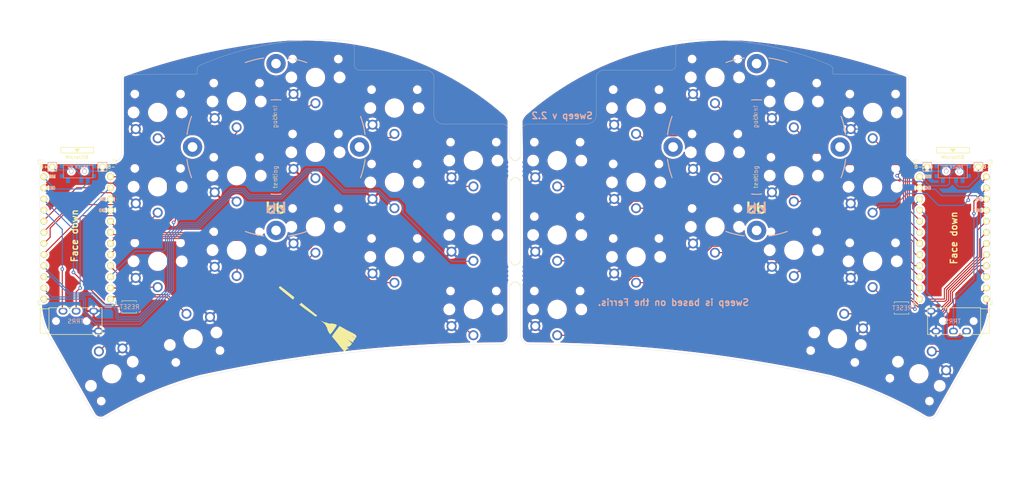
<source format=kicad_pcb>
(kicad_pcb (version 20211014) (generator pcbnew)
  (layers (0 "F.Cu" signal) (31 "B.Cu" signal) (34 "B.Paste" user) (35 "F.Paste" user) (36 "B.SilkS" user "B.Silkscreen") (37 "F.SilkS" user "F.Silkscreen") (38 "B.Mask" user) (39 "F.Mask" user) (44 "Edge.Cuts" user))
  (net 0 "")
  (net 1 "BT+")
  (net 2 "gnd")
  (net 3 "vcc")
  (net 4 "Switch18")
  (net 5 "reset")
  (net 6 "Switch1")
  (net 7 "Switch2")
  (net 8 "Switch3")
  (net 9 "Switch4")
  (net 10 "Switch5")
  (net 11 "Switch6")
  (net 12 "Switch7")
  (net 13 "Switch8")
  (net 14 "Switch9")
  (net 15 "Switch10")
  (net 16 "Switch11")
  (net 17 "Switch12")
  (net 18 "Switch13")
  (net 19 "Switch14")
  (net 20 "Switch15")
  (net 21 "Switch16")
  (net 22 "Switch17")
  (net 23 "Net-(SW_POWER1-Pad1)")
  (net 24 "raw")
  (net 25 "BT+_r")
  (net 26 "Switch18_r")
  (net 27 "reset_r")
  (net 28 "Switch9_r")
  (net 29 "Switch10_r")
  (net 30 "Switch11_r")
  (net 31 "Switch12_r")
  (net 32 "Switch13_r")
  (net 33 "Switch14_r")
  (net 34 "Switch15_r")
  (net 35 "Switch16_r")
  (net 36 "Switch17_r")
  (net 37 "Switch1_r")
  (net 38 "Switch2_r")
  (net 39 "Switch3_r")
  (net 40 "Switch4_r")
  (net 41 "Switch5_r")
  (net 42 "Switch6_r")
  (net 43 "Switch7_r")
  (net 44 "Switch8_r")
  (net 45 "Net-(SW_POWERR1-Pad1)")
  (footprint "kbd:ProMicro_v3_min" (layer "F.Cu") (at 230.178 67.564)
    (fp_text reference "U1" hide)
    (fp_text value "ProMicro-kbd" hide)
  )
  (footprint "Kailh:TRRS-PJ-320A" (layer "F.Cu") (at 236.474 86.052 -90)
    (fp_text reference "J2")
    (fp_text value "AudioJack4dpb" hide)
  )
  (footprint "* duckyb-collection:choc-v1-with-millmax" (layer "F.Cu") (at 175.856 64.516)
    (fp_text reference "SW16" hide)
    (fp_text value "SW_Push" hide)
  )
  (footprint "* duckyb-collection:choc-v1-with-millmax" (layer "F.Cu") (at 222.386 98.082 150)
    (fp_text reference "SW20" hide)
    (fp_text value "SW_Push" hide)
  )
  (footprint "* duckyb-collection:choc-v1-with-millmax" (layer "F.Cu") (at 157.856 71.374)
    (fp_text reference "SW15" hide)
    (fp_text value "SW_Push" hide)
  )
  (footprint "* duckyb-collection:choc-v1-with-millmax" (layer "F.Cu") (at 203.826 90.082 165)
    (fp_text reference "SW21" hide)
    (fp_text value "SW_Push" hide)
  )
  (footprint "* duckyb-collection:choc-v1-with-millmax" (layer "F.Cu") (at 193.856 69.85)
    (fp_text reference "SW17" hide)
    (fp_text value "SW_Push" hide)
  )
  (footprint "* duckyb-collection:choc-v1-with-millmax" (layer "F.Cu") (at 211.836 72.39)
    (fp_text reference "SW18" hide)
    (fp_text value "SW_Push" hide)
  )
  (footprint "* duckyb-collection:choc-v1-with-millmax" (layer "F.Cu") (at 175.856 30.382)
    (fp_text reference "SW4" hide)
    (fp_text value "SW_Push" hide)
  )
  (footprint "* duckyb-collection:choc-v1-with-millmax" (layer "F.Cu") (at 157.856 37.382)
    (fp_text reference "SW3" hide)
    (fp_text value "SW_Push" hide)
  )
  (footprint "* duckyb-collection:choc-v1-with-millmax" (layer "F.Cu") (at 157.856 54.356)
    (fp_text reference "SW9" hide)
    (fp_text value "SW_Push" hide)
  )
  (footprint "* duckyb-collection:choc-v1-with-millmax" (layer "F.Cu") (at 139.856 83.382)
    (fp_text reference "SW14" hide)
    (fp_text value "SW_Push" hide)
  )
  (footprint "* duckyb-collection:choc-v1-with-millmax" (layer "F.Cu") (at 211.836 55.372)
    (fp_text reference "SW12" hide)
    (fp_text value "SW_Push" hide)
  )
  (footprint "* duckyb-collection:choc-v1-with-millmax" (layer "F.Cu") (at 193.856 52.832)
    (fp_text reference "SW11" hide)
    (fp_text value "SW_Push" hide)
  )
  (footprint "* duckyb-collection:choc-v1-with-millmax" (layer "F.Cu") (at 139.856 66.382)
    (fp_text reference "SW8" hide)
    (fp_text value "SW_Push" hide)
  )
  (footprint "* duckyb-collection:choc-v1-with-millmax" (layer "F.Cu") (at 211.856 38.382)
    (fp_text reference "SW6" hide)
    (fp_text value "SW_Push" hide)
  )
  (footprint "* duckyb-collection:choc-v1-with-millmax" (layer "F.Cu") (at 193.856 35.882)
    (fp_text reference "SW5" hide)
    (fp_text value "SW_Push" hide)
  )
  (footprint "* duckyb-collection:choc-v1-with-millmax" (layer "F.Cu") (at 139.856 49.382)
    (fp_text reference "SW2" hide)
    (fp_text value "SW_Push" hide)
  )
  (footprint "Duckyb-Parts:mouse-bite-5mm-slot-with-space-for-track" (layer "F.Cu") (at 130.302 51.308)
    (fp_text reference "mouse-bite-2mm-slot" hide)
    (fp_text value "VAL**" hide)
  )
  (footprint "Duckyb-Parts:mouse-bite-5mm-slot-with-space-for-track" (layer "F.Cu") (at 130.302 75.184)
    (fp_text reference "mouse-bite-2mm-slot" hide)
    (fp_text value "VAL**" hide)
  )
  (footprint "kbd:SW_SPST_B3U-1000P" (layer "F.Cu") (at 218.44 83.058)
    (fp_text reference "RSW1" hide)
    (fp_text value "SW_Push")
  )
  (footprint "* duckyb-collection:choc-v1-with-millmax" (layer "F.Cu") (at 175.856 47.498)
    (fp_text reference "SW10" hide)
    (fp_text value "SW_Push" hide)
  )
  (footprint "kbd:Tenting_Puck2" (layer "F.Cu") (at 185.356 46.282)
    (fp_text reference "REF**")
    (fp_text value "Tenting Puck")
  )
  (footprint "kbd:1pin_conn" (layer "F.Cu") (at 235.966 50.8)
    (fp_text reference "B+")
    (fp_text value "MountingHole_Pad" hide)
  )
  (footprint "kbd:1pin_conn" (layer "F.Cu") (at 224.282 50.8)
    (fp_text reference "B-")
    (fp_text value "MountingHole_Pad" hide)
  )
  (footprint "kbd:ProMicro_v3_min" (layer "F.Cu") (at 30.326 67.564)
    (fp_text reference "U2" hide)
    (fp_text value "ProMicro-kbd" hide)
  )
  (footprint "Kailh:TRRS-PJ-320A" (layer "F.Cu") (at 23.876 86.052 90)
    (fp_text reference "J1")
    (fp_text value "AudioJack4dpb" hide)
  )
  (footprint "* duckyb-collection:choc-v1-with-millmax" (layer "F.Cu") (at 48.686 72.39)
    (fp_text reference "SW17_r1" hide)
    (fp_text value "SW_Push" hide)
  )
  (footprint "* duckyb-collection:choc-v1-with-millmax" (layer "F.Cu") (at 66.7 52.832)
    (fp_text reference "SW11_r1" hide)
    (fp_text value "SW_Push" hide)
  )
  (footprint "* duckyb-collection:choc-v1-with-millmax" (layer "F.Cu") (at 84.688 64.516)
    (fp_text reference "SW15_r1" hide)
    (fp_text value "SW_Push" hide)
  )
  (footprint "* duckyb-collection:choc-v1-with-millmax" (layer "F.Cu") (at 102.714 71.374)
    (fp_text reference "SW18_r1" hide)
    (fp_text value "SW_Push" hide)
  )
  (footprint "* duckyb-collection:choc-v1-with-millmax" (layer "F.Cu") (at 48.686 38.382)
    (fp_text reference "SW6_r1" hide)
    (fp_text value "SW_Push" hide)
  )
  (footprint "* duckyb-collection:choc-v1-with-millmax" (layer "F.Cu") (at 66.7 35.882)
    (fp_text reference "SW5_r1" hide)
    (fp_text value "SW_Push" hide)
  )
  (footprint "* duckyb-collection:choc-v1-with-millmax" (layer "F.Cu") (at 120.732 49.382)
    (fp_text reference "SW2_r1" hide)
    (fp_text value "SW_Push" hide)
  )
  (footprint "* duckyb-collection:choc-v1-with-millmax" (layer "F.Cu") (at 66.7 69.85)
    (fp_text reference "SW16_r1" hide)
    (fp_text value "SW_Push" hide)
  )
  (footprint "* duckyb-collection:choc-v1-with-millmax" (layer "F.Cu") (at 84.688 30.382)
    (fp_text reference "SW4_r1" hide)
    (fp_text value "SW_Push" hide)
  )
  (footprint "* duckyb-collection:choc-v1-with-millmax" (layer "F.Cu") (at 120.732 83.382)
    (fp_text reference "SW13_r1" hide)
    (fp_text value "SW_Push" hide)
  )
  (footprint "* duckyb-collection:choc-v1-with-millmax" (layer "F.Cu") (at 48.686 55.372)
    (fp_text reference "SW12_r1" hide)
    (fp_text value "SW_Push" hide)
  )
  (footprint "* duckyb-collection:choc-v1-with-millmax" (layer "F.Cu") (at 102.714 37.382)
    (fp_text reference "SW3_r1" hide)
    (fp_text value "SW_Push" hide)
  )
  (footprint "* duckyb-collection:choc-v1-with-millmax" (layer "F.Cu") (at 102.714 54.356)
    (fp_text reference "SW8_r1" hide)
    (fp_text value "SW_Push" hide)
  )
  (footprint "* duckyb-collection:choc-v1-with-millmax" (layer "F.Cu") (at 56.778 90.082 -165)
    (fp_text reference "SW21_r1" hide)
    (fp_text value "SW_Push" hide)
  )
  (footprint "Kailh:ferris_broom" (layer "F.Cu") (at 84.074 85.344 7)
    (fp_text reference "G***" hide)
    (fp_text value "LOGO" hide)
  )
  (footprint "* duckyb-collection:choc-v1-with-millmax" (layer "F.Cu") (at 84.688 47.498)
    (fp_text reference "SW9_r1" hide)
    (fp_text value "SW_Push" hide)
  )
  (footprint "* duckyb-collection:choc-v1-with-millmax" (layer "F.Cu") (at 38.218 98.082 -150)
    (fp_text reference "SW20_r1" hide)
    (fp_text value "SW_Push" hide)
  )
  (footprint "* duckyb-collection:choc-v1-with-millmax" (layer "F.Cu") (at 120.732 66.382)
    (fp_text reference "SW7_r1" hide)
    (fp_text value "SW_Push" hide)
  )
  (footprint "kbd:Tenting_Puck2" (layer "F.Cu") (at 75.692 46.282)
    (fp_text reference "REF**")
    (fp_text value "Tenting Puck")
  )
  (footprint "kbd:1pin_conn" (layer "F.Cu") (at 36.068 50.8)
    (fp_text reference "B-")
    (fp_text value "MountingHole_Pad" hide)
  )
  (footprint "kbd:1pin_conn" (layer "F.Cu") (at 24.638 50.8)
    (fp_text reference "B+")
    (fp_text value "MountingHole_Pad" hide)
  )
  (footprint "kbd:SW_SPST_B3U-1000P" (layer "F.Cu") (at 42.164 82.804)
    (fp_text reference "RSW2" hide)
    (fp_text value "SW_Push")
  )
  (footprint "Kailh:SPDT_C128955" (layer "B.Cu") (at 230.124 51.816 180)
    (fp_text reference "POWER SW")
    (fp_text value "SW_SPDT")
  )
  (footprint "Kailh:SPDT_C128955" (layer "B.Cu") (at 30.48 51.816 180)
    (fp_text reference "POWER SW")
    (fp_text value "SW_SPDT")
  )
  (gr_rect (start 27.178 50.419) (end 33.909 53.34) (layer "B.SilkS") (width 0.12) (fill none))
  (gr_rect (start 226.822 50.419) (end 233.426 53.34) (layer "B.SilkS") (width 0.12) (fill none))
  (gr_line (start 131.5085 77.724) (end 131.506254 89.547024) (layer "Edge.Cuts") (width 0.05))
  (gr_line (start 219.998001 47.763999) (end 219.998045 30.439419) (layer "Edge.Cuts") (width 0.05))
  (gr_arc (start 226.446 107.451265) (mid 225.204995 108.32098) (end 223.714 108.05) (layer "Edge.Cuts") (width 0.05))
  (gr_arc (start 222.033002 49.694917) (mid 220.620534 49.145716) (end 219.998001 47.763999) (layer "Edge.Cuts") (width 0.05))
  (gr_arc (start 237.938 49.692) (mid 238.46833 49.91167) (end 238.688 50.442) (layer "Edge.Cuts") (width 0.05))
  (gr_arc (start 133.544 91.383119) (mid 132.156573 90.874102) (end 131.506254 89.547024) (layer "Edge.Cuts") (width 0.05))
  (gr_arc (start 219.56329 29.758889) (mid 219.880079 30.035645) (end 219.998045 30.439419) (layer "Edge.Cuts") (width 0.05))
  (gr_arc (start 202.185134 98.863946) (mid 213.262488 102.723597) (end 223.714 108.05) (layer "Edge.Cuts") (width 0.05))
  (gr_line (start 222.033002 49.694917) (end 237.938 49.692) (layer "Edge.Cuts") (width 0.05))
  (gr_arc (start 133.544 91.383119) (mid 168.064442 93.289554) (end 202.185134 98.863946) (layer "Edge.Cuts") (width 0.05))
  (gr_line (start 238.688 58.42) (end 238.688 66.548) (layer "Edge.Cuts") (width 0.05))
  (gr_line (start 236.953304 88.85815) (end 226.446 107.451265) (layer "Edge.Cuts") (width 0.05))
  (gr_arc (start 238.7 81.534) (mid 238.242913 85.295347) (end 236.953304 88.85815) (layer "Edge.Cuts") (width 0.05))
  (gr_line (start 238.688 50.442) (end 238.688 58.42) (layer "Edge.Cuts") (width 0.05))
  (gr_line (start 131.586926 42.645836) (end 131.572 48.768) (layer "Edge.Cuts") (width 0.05))
  (gr_line (start 129.3495 48.768) (end 128.96 48.768) (layer "Edge.Cuts") (width 0.05))
  (gr_line (start 238.688 66.548) (end 238.688 75.438) (layer "Edge.Cuts") (width 0.05))
  (gr_line (start 238.688 75.438) (end 238.7 81.534) (layer "Edge.Cuts") (width 0.05))
  (gr_line (start 129.3495 72.644) (end 128.96 72.644) (layer "Edge.Cuts") (width 0.05))
  (gr_line (start 129.3495 53.848) (end 128.96 53.848) (layer "Edge.Cuts") (width 0.05))
  (gr_line (start 129.3495 77.724) (end 128.96 77.724) (layer "Edge.Cuts") (width 0.05))
  (gr_line (start 131.572 53.848) (end 131.572 72.644) (layer "Edge.Cuts") (width 0.05))
  (gr_line (start 21.792 50.442) (end 21.792 58.42) (layer "Edge.Cuts") (width 0.05))
  (gr_line (start 128.96 77.724) (end 128.975507 89.545022) (layer "Edge.Cuts") (width 0.05))
  (gr_arc (start 128.975507 89.545022) (mid 128.324689 90.873432) (end 126.936 91.383119) (layer "Edge.Cuts") (width 0.05))
  (gr_line (start 21.792 66.548) (end 21.792 73.914) (layer "Edge.Cuts") (width 0.05))
  (gr_line (start 23.526696 88.85815) (end 34.034 107.451265) (layer "Edge.Cuts") (width 0.05))
  (gr_arc (start 40.481999 47.763999) (mid 39.859467 49.145717) (end 38.446998 49.694917) (layer "Edge.Cuts") (width 0.05))
  (gr_arc (start 58.294866 98.863946) (mid 92.415558 93.289555) (end 126.936 91.383119) (layer "Edge.Cuts") (width 0.05))
  (gr_arc (start 23.526696 88.85815) (mid 22.237087 85.295347) (end 21.78 81.534) (layer "Edge.Cuts") (width 0.05))
  (gr_arc (start 21.792 50.442) (mid 22.01167 49.91167) (end 22.542 49.692) (layer "Edge.Cuts") (width 0.05))
  (gr_line (start 38.446998 49.694917) (end 22.542 49.692) (layer "Edge.Cuts") (width 0.05))
  (gr_line (start 21.792 58.42) (end 21.792 66.548) (layer "Edge.Cuts") (width 0.05))
  (gr_arc (start 36.766 108.05) (mid 35.275005 108.32098) (end 34.034 107.451265) (layer "Edge.Cuts") (width 0.05))
  (gr_arc (start 36.766 108.05) (mid 47.217512 102.723597) (end 58.294866 98.863946) (layer "Edge.Cuts") (width 0.05))
  (gr_line (start 21.792 73.914) (end 21.78 81.534) (layer "Edge.Cuts") (width 0.05))
  (gr_line (start 128.96 53.848) (end 128.96 72.644) (layer "Edge.Cuts") (width 0.05))
  (gr_arc (start 57.71268 28.330207) (mid 58.032549 27.821881) (end 58.540875 27.502012) (layer "Edge.Cuts") (width 0.05))
  (gr_arc (start 58.540875 27.502012) (mid 75.136595 22.701228) (end 92.399358 22.021187) (layer "Edge.Cuts") (width 0.05))
  (gr_line (start 93.56998 23.191809) (end 93.574586 27.576715) (layer "Edge.Cuts") (width 0.05))
  (gr_arc (start 110.033903 28.730867) (mid 111.238908 29.229997) (end 111.738038 30.435002) (layer "Edge.Cuts") (width 0.05))
  (gr_line (start 111.738038 30.435002) (end 111.721869 38.927938) (layer "Edge.Cuts") (width 0.05))
  (gr_line (start 110.033903 28.730867) (end 94.708474 28.721612) (layer "Edge.Cuts") (width 0.05))
  (gr_line (start 133.216808 41.015954) (end 146.643428 41.015954) (layer "Edge.Cuts") (width 0.05))
  (gr_line (start 113.836572 41.015954) (end 127.263192 41.015954) (layer "Edge.Cuts") (width 0.05))
  (gr_arc (start 201.939125 27.502012) (mid 202.447457 27.821875) (end 202.76732 28.330207) (layer "Edge.Cuts") (width 0.05))
  (gr_line (start 202.767321 28.330207) (end 202.770663 29.602302) (layer "Edge.Cuts") (width 0.05))
  (gr_arc (start 168.080642 22.021187) (mid 185.343405 22.701228) (end 201.939125 27.502012) (layer "Edge.Cuts") (width 0.05))
  (gr_line (start 131.572 48.768) (end 131.2545 48.768) (layer "Edge.Cuts") (width 0.05))
  (gr_arc (start 127.263192 41.015954) (mid 128.415693 41.493335) (end 128.893074 42.645836) (layer "Edge.Cuts") (width 0.05))
  (gr_arc (start 94.708474 28.71612) (mid 93.904741 28.38206) (end 93.574586 27.576715) (layer "Edge.Cuts") (width 0.05))
  (gr_line (start 148.758131 38.927938) (end 148.741962 30.435002) (layer "Edge.Cuts") (width 0.05))
  (gr_line (start 166.905414 27.576715) (end 166.91002 23.191809) (layer "Edge.Cuts") (width 0.05))
  (gr_arc (start 148.758131 38.927938) (mid 148.133144 40.409836) (end 146.643428 41.015954) (layer "Edge.Cuts") (width 0.05))
  (gr_arc (start 131.254499 72.644) (mid 130.302 73.288873) (end 129.349501 72.643999) (layer "Edge.Cuts") (width 0.05))
  (gr_line (start 131.572 53.848) (end 131.2545 53.848) (layer "Edge.Cuts") (width 0.05))
  (gr_arc (start 92.399358 22.021187) (mid 93.227113 22.364054) (end 93.56998 23.191809) (layer "Edge.Cuts") (width 0.05))
  (gr_line (start 57.709337 29.602302) (end 40.91671 29.758889) (layer "Edge.Cuts") (width 0.05))
  (gr_arc (start 129.349501 77.724) (mid 130.302 77.079127) (end 131.254499 77.724001) (layer "Edge.Cuts") (width 0.05))
  (gr_arc (start 166.905414 27.576715) (mid 166.575259 28.38206) (end 165.771526 28.71612) (layer "Edge.Cuts") (width 0.05))
  (gr_arc (start 131.586926 42.645836) (mid 132.064307 41.493335) (end 133.216808 41.015954) (layer "Edge.Cuts") (width 0.05))
  (gr_line (start 40.481955 30.439419) (end 40.481999 47.763999) (layer "Edge.Cuts") (width 0.05))
  (gr_line (start 128.96 48.768) (end 128.893074 42.645836) (layer "Edge.Cuts") (width 0.05))
  (gr_line (start 57.709337 29.602302) (end 57.712679 28.330207) (layer "Edge.Cuts") (width 0.05))
  (gr_arc (start 40.481955 30.439419) (mid 40.599943 30.035659) (end 40.91671 29.758889) (layer "Edge.Cuts") (width 0.05))
  (gr_line (start 219.56329 29.758889) (end 202.770663 29.602302) (layer "Edge.Cuts") (width 0.05))
  (gr_arc (start 166.91002 23.191809) (mid 167.252887 22.364054) (end 168.080642 22.021187) (layer "Edge.Cuts") (width 0.05))
  (gr_line (start 165.771526 28.721612) (end 150.446097 28.730867) (layer "Edge.Cuts") (width 0.05))
  (gr_line (start 131.572 72.644) (end 131.2545 72.644) (layer "Edge.Cuts") (width 0.05))
  (gr_arc (start 131.254499 48.768) (mid 130.302 49.412873) (end 129.349501 48.767999) (layer "Edge.Cuts") (width 0.05))
  (gr_line (start 131.5085 77.724) (end 131.2545 77.724) (layer "Edge.Cuts") (width 0.05))
  (gr_arc (start 129.349501 53.848) (mid 130.302 53.203127) (end 131.254499 53.848001) (layer "Edge.Cuts") (width 0.05))
  (gr_arc (start 148.741962 30.435002) (mid 149.241092 29.229997) (end 150.446097 28.730867) (layer "Edge.Cuts") (width 0.05))
  (gr_arc (start 113.836572 41.015954) (mid 112.346856 40.409836) (end 111.721869 38.927938) (layer "Edge.Cuts") (width 0.05))
  (gr_text "Sweep v 2.2" (at 140.97 39.116) (layer "B.SilkS") (effects (font (size 1.5 1.5) (thickness 0.3)) (justify mirror)))
  (gr_text "Sweep is based on the Ferris." (at 166.37 81.788) (layer "B.SilkS") (effects (font (size 1.5 1.5) (thickness 0.3)) (justify mirror)))
  (gr_text "Face down" (at 230.378 67.056 90) (layer "F.SilkS") (effects (font (size 1.5 1.5) (thickness 0.3))))
  (gr_text "Face down" (at 29.718 66.548 90) (layer "F.SilkS") (effects (font (size 1.5 1.5) (thickness 0.3))))
  (segment (start 25.360999 51.522999) (end 28.051999 51.522999) (width 0.25) (layer "B.Cu") (net 1))
  (segment (start 24.638 50.8) (end 25.360999 51.522999) (width 0.25) (layer "B.Cu") (net 1))
  (segment (start 29.046501 50.890501) (end 29.373499 50.890501) (width 0.25) (layer "B.Cu") (net 1))
  (segment (start 28.738499 50.836499) (end 28.992499 50.836499) (width 0.25) (layer "B.Cu") (net 1))
  (segment (start 31.23 52.747002) (end 31.23 53.891) (width 0.25) (layer "B.Cu") (net 1))
  (segment (start 28.051999 51.522999) (end 28.738499 50.836499) (width 0.25) (layer "B.Cu") (net 1))
  (segment (start 29.373499 50.890501) (end 31.23 52.747002) (width 0.25) (layer "B.Cu") (net 1))
  (segment (start 28.992499 50.836499) (end 29.046501 50.890501) (width 0.25) (layer "B.Cu") (net 1))
  (segment (start 224.8576 85.65317) (end 225.174 85.33677) (width 0.25) (layer "F.Cu") (net 2))
  (segment (start 225.174 85.33677) (end 225.174 83.552) (width 0.25) (layer "F.Cu") (net 2))
  (segment (start 216.74 83.058) (end 216.74 84.758) (width 0.25) (layer "F.Cu") (net 2))
  (segment (start 216.74 85.54477) (end 216.8484 85.65317) (width 0.25) (layer "F.Cu") (net 2))
  (segment (start 216.8484 85.65317) (end 224.8576 85.65317) (width 0.25) (layer "F.Cu") (net 2))
  (segment (start 216.74 84.758) (end 216.74 85.54477) (width 0.25) (layer "F.Cu") (net 2))
  (segment (start 40.40601 82.74601) (end 40.464 82.804) (width 0.25) (layer "F.Cu") (net 2))
  (segment (start 34.076 83.552) (end 37.80201 83.552) (width 0.25) (layer "F.Cu") (net 2))
  (segment (start 37.80201 83.552) (end 38.608 82.74601) (width 0.25) (layer "F.Cu") (net 2))
  (segment (start 38.608 82.74601) (end 40.40601 82.74601) (width 0.25) (layer "F.Cu") (net 2))
  (segment (start 213.159159 42.182) (end 206.856 42.182) (width 0.25) (layer "B.Cu") (net 2))
  (segment (start 221.777159 50.8) (end 213.159159 42.182) (width 0.25) (layer "B.Cu") (net 2))
  (segment (start 226.254 88.332) (end 226.274 88.352) (width 0.25) (layer "B.Cu") (net 2))
  (segment (start 226.244 88.322) (end 226.274 88.352) (width 0.25) (layer "B.Cu") (net 2))
  (segment (start 224.282 50.8) (end 221.777159 50.8) (width 0.25) (layer "B.Cu") (net 2))
  (segment (start 26.924 83.4) (end 27.076 83.552) (width 0.25) (layer "F.Cu") (net 3))
  (segment (start 26.924 74.168) (end 26.924 83.4) (width 0.25) (layer "F.Cu") (net 3))
  (via (at 26.924 74.168) (size 0.8) (drill 0.4) (layers "F.Cu" "B.Cu") (net 3))
  (segment (start 233.254 88.332) (end 233.274 88.352) (width 0.25) (layer "B.Cu") (net 3))
  (segment (start 26.924 65.1126) (end 26.924 74.168) (width 0.25) (layer "B.Cu") (net 3))
  (segment (start 22.5174 60.706) (end 26.924 65.1126) (width 0.25) (layer "B.Cu") (net 3))
  (segment (start 224.282 62.2186) (end 224.282 79.502) (width 0.25) (layer "B.Cu") (net 3))
  (segment (start 229.108 89.662) (end 231.764 89.662) (width 0.25) (layer "B.Cu") (net 3))
  (segment (start 222.7694 60.706) (end 224.282 62.2186) (width 0.25) (layer "B.Cu") (net 3))
  (segment (start 231.764 89.662) (end 233.274 88.152) (width 0.25) (layer "B.Cu") (net 3))
  (segment (start 228.854 84.074) (end 228.854 89.408) (width 0.25) (layer "B.Cu") (net 3))
  (segment (start 228.854 89.408) (end 229.108 89.662) (width 0.25) (layer "B.Cu") (net 3))
  (segment (start 224.282 79.502) (end 228.854 84.074) (width 0.25) (layer "B.Cu") (net 3))
  (segment (start 237.9894 55.626) (end 234.95 58.6654) (width 0.25) (layer "F.Cu") (net 4))
  (segment (start 234.95 58.6654) (end 234.95 61.468) (width 0.25) (layer "F.Cu") (net 4))
  (via (at 234.95 61.468) (size 0.8) (drill 0.4) (layers "F.Cu" "B.Cu") (net 4))
  (segment (start 230.274 81.13) (end 234.95 76.454) (width 0.25) (layer "B.Cu") (net 4))
  (segment (start 230.274 88.152) (end 230.274 81.13) (width 0.25) (layer "B.Cu") (net 4))
  (segment (start 234.95 76.454) (end 234.95 61.468) (width 0.25) (layer "B.Cu") (net 4))
  (segment (start 220.14 83.058) (end 221.234 83.058) (width 0.25) (layer "F.Cu") (net 5))
  (segment (start 221.234 83.058) (end 221.488 83.312) (width 0.25) (layer "F.Cu") (net 5))
  (via (at 221.488 83.312) (size 0.8) (drill 0.4) (layers "F.Cu" "B.Cu") (net 5))
  (segment (start 221.488 82.55) (end 221.234 82.296) (width 0.25) (layer "B.Cu") (net 5))
  (segment (start 221.488 83.312) (end 221.488 82.55) (width 0.25) (layer "B.Cu") (net 5))
  (segment (start 221.234 59.7014) (end 221.234 82.296) (width 0.25) (layer "B.Cu") (net 5))
  (segment (start 222.7694 58.166) (end 221.234 59.7014) (width 0.25) (layer "B.Cu") (net 5))
  (segment (start 217.678 50.292) (end 218.41796 51.03196) (width 0.25) (layer "F.Cu") (net 6))
  (segment (start 155.956 44.958) (end 162.814 44.958) (width 0.25) (layer "F.Cu") (net 6))
  (segment (start 205.994 50.292) (end 217.678 50.292) (width 0.25) (layer "F.Cu") (net 6))
  (segment (start 218.41796 51.03196) (end 218.41796 51.83804) (width 0.25) (layer "F.Cu") (net 6))
  (segment (start 199.84001 47.69401) (end 202.946 50.8) (width 0.25) (layer "F.Cu") (net 6))
  (segment (start 167.057719 43.732009) (end 169.641728 41.148) (width 0.25) (layer "F.Cu") (net 6))
  (segment (start 164.03999 43.73201) (end 167.057719 43.732009) (width 0.25) (layer "F.Cu") (net 6))
  (segment (start 162.814 44.958) (end 164.03999 43.73201) (width 0.25) (layer "F.Cu") (net 6))
  (segment (start 183.38518 41.148) (end 188.6032 46.36602) (width 0.25) (layer "F.Cu") (net 6))
  (segment (start 202.946 50.8) (end 205.486 50.8) (width 0.25) (layer "F.Cu") (net 6))
  (segment (start 196.53079 46.36602) (end 197.85878 47.69401) (width 0.25) (layer "F.Cu") (net 6))
  (segment (start 197.85878 47.69401) (end 199.84001 47.69401) (width 0.25) (layer "F.Cu") (net 6))
  (segment (start 188.6032 46.36602) (end 196.53079 46.36602) (width 0.25) (layer "F.Cu") (net 6))
  (segment (start 218.41796 51.83804) (end 217.424 52.832) (width 0.25) (layer "F.Cu") (net 6))
  (segment (start 205.486 50.8) (end 205.994 50.292) (width 0.25) (layer "F.Cu") (net 6))
  (segment (start 169.641728 41.148) (end 183.38518 41.148) (width 0.25) (layer "F.Cu") (net 6))
  (segment (start 139.856 55.282) (end 145.632 55.282) (width 0.25) (layer "F.Cu") (net 6))
  (segment (start 145.632 55.282) (end 155.956 44.958) (width 0.25) (layer "F.Cu") (net 6))
  (via (at 217.424 52.832) (size 0.8) (drill 0.4) (layers "F.Cu" "B.Cu") (net 6))
  (segment (start 237.9894 75.946) (end 236.4697 74.4263) (width 0.25) (layer "B.Cu") (net 6))
  (segment (start 236.4697 58.4243) (end 235.4451 57.3997) (width 0.25) (layer "B.Cu") (net 6))
  (segment (start 236.4697 74.4263) (end 236.4697 58.4243) (width 0.25) (layer "B.Cu") (net 6))
  (segment (start 224.711081 55.958919) (end 222.925163 54.173001) (width 0.25) (layer "B.Cu") (net 6))
  (segment (start 218.765001 54.173001) (end 217.424 52.832) (width 0.25) (layer "B.Cu") (net 6))
  (segment (start 235.4451 57.3997) (end 227.5797 57.3997) (width 0.25) (layer "B.Cu") (net 6))
  (segment (start 227.5797 57.3997) (end 226.138919 55.958919) (width 0.25) (layer "B.Cu") (net 6))
  (segment (start 226.138919 55.958919) (end 224.711081 55.958919) (width 0.25) (layer "B.Cu") (net 6))
  (segment (start 222.925163 54.173001) (end 218.765001 54.173001) (width 0.25) (layer "B.Cu") (net 6))
  (segment (start 203.07441 50.292) (end 205.35759 50.292) (width 0.25) (layer "F.Cu") (net 7))
  (segment (start 205.933189 49.716401) (end 218.243991 49.716401) (width 0.25) (layer "F.Cu") (net 7))
  (segment (start 218.86797 50.34038) (end 218.86797 65.70597) (width 0.25) (layer "F.Cu") (net 7))
  (segment (start 200.026411 47.244001) (end 203.07441 50.292) (width 0.25) (layer "F.Cu") (net 7))
  (segment (start 159.234991 44.172991) (end 162.962599 44.172991) (width 0.25) (layer "F.Cu") (net 7))
  (segment (start 163.853591 43.282001) (end 166.871317 43.282001) (width 0.25) (layer "F.Cu") (net 7))
  (segment (start 157.856 43.282) (end 158.344 43.282) (width 0.25) (layer "F.Cu") (net 7))
  (segment (start 169.513318 40.64) (end 183.51359 40.64) (width 0.25) (layer "F.Cu") (net 7))
  (segment (start 205.35759 50.292) (end 205.933189 49.716401) (width 0.25) (layer "F.Cu") (net 7))
  (segment (start 166.871317 43.282001) (end 169.513318 40.64) (width 0.25) (layer "F.Cu") (net 7))
  (segment (start 162.962599 44.172991) (end 163.853591 43.282001) (width 0.25) (layer "F.Cu") (net 7))
  (segment (start 158.344 43.282) (end 159.234991 44.172991) (width 0.25) (layer "F.Cu") (net 7))
  (segment (start 218.243991 49.716401) (end 218.86797 50.34038) (width 0.25) (layer "F.Cu") (net 7))
  (segment (start 221.234 70.358) (end 221.742 70.866) (width 0.25) (layer "F.Cu") (net 7))
  (segment (start 218.86797 65.70597) (end 221.234 68.072) (width 0.25) (layer "F.Cu") (net 7))
  (segment (start 221.234 68.072) (end 221.234 70.358) (width 0.25) (layer "F.Cu") (net 7))
  (segment (start 221.742 70.866) (end 222.5694 70.866) (width 0.25) (layer "F.Cu") (net 7))
  (segment (start 198.55318 47.244) (end 200.026411 47.244001) (width 0.25) (layer "F.Cu") (net 7))
  (segment (start 198.46359 47.15441) (end 198.55318 47.244) (width 0.25) (layer "F.Cu") (net 7))
  (segment (start 196.71719 45.91601) (end 197.95559 47.15441) (width 0.25) (layer "F.Cu") (net 7))
  (segment (start 183.51359 40.64) (end 188.7896 45.91601) (width 0.25) (layer "F.Cu") (net 7))
  (segment (start 188.7896 45.91601) (end 196.71719 45.91601) (width 0.25) (layer "F.Cu") (net 7))
  (segment (start 197.95559 47.15441) (end 198.46359 47.15441) (width 0.25) (layer "F.Cu") (net 7))
  (segment (start 219.31798 64.87458) (end 222.7694 68.326) (width 0.25) (layer "F.Cu") (net 8))
  (segment (start 188.976 45.466) (end 196.90359 45.466) (width 0.25) (layer "F.Cu") (net 8))
  (segment (start 179.76399 40.18999) (end 183.69999 40.18999) (width 0.25) (layer "F.Cu") (net 8))
  (segment (start 198.1156 46.67801) (end 200.20999 46.67801) (width 0.25) (layer "F.Cu") (net 8))
  (segment (start 218.430392 49.266392) (end 219.31798 50.15398) (width 0.25) (layer "F.Cu") (net 8))
  (segment (start 183.69999 40.18999) (end 188.976 45.466) (width 0.25) (layer "F.Cu") (net 8))
  (segment (start 205.17119 49.84199) (end 205.746788 49.266392) (width 0.25) (layer "F.Cu") (net 8))
  (segment (start 219.31798 50.15398) (end 219.31798 64.87458) (width 0.25) (layer "F.Cu") (net 8))
  (segment (start 196.90359 45.466) (end 198.1156 46.67801) (width 0.25) (layer "F.Cu") (net 8))
  (segment (start 175.856 36.282) (end 179.76399 40.18999) (width 0.25) (layer "F.Cu") (net 8))
  (segment (start 205.746788 49.266392) (end 218.430392 49.266392) (width 0.25) (layer "F.Cu") (net 8))
  (segment (start 203.26081 49.84199) (end 205.17119 49.84199) (width 0.25) (layer "F.Cu") (net 8))
  (segment (start 200.20999 46.67801) (end 200.20999 46.79117) (width 0.25) (layer "F.Cu") (net 8))
  (segment (start 200.20999 46.79117) (end 203.26081 49.84199) (width 0.25) (layer "F.Cu") (net 8))
  (segment (start 193.856 41.782) (end 198.302 46.228) (width 0.25) (layer "F.Cu") (net 9))
  (segment (start 219.76799 49.84199) (end 219.76799 62.78459) (width 0.25) (layer "F.Cu") (net 9))
  (segment (start 203.44721 49.39198) (end 204.98479 49.39198) (width 0.25) (layer "F.Cu") (net 9))
  (segment (start 205.560388 48.816382) (end 218.742382 48.816382) (width 0.25) (layer "F.Cu") (net 9))
  (segment (start 218.742382 48.816382) (end 219.76799 49.84199) (width 0.25) (layer "F.Cu") (net 9))
  (segment (start 200.66 46.49161) (end 200.66 46.60477) (width 0.25) (layer "F.Cu") (net 9))
  (segment (start 200.396391 46.228001) (end 200.66 46.49161) (width 0.25) (layer "F.Cu") (net 9))
  (segment (start 204.98479 49.39198) (end 205.560388 48.816382) (width 0.25) (layer "F.Cu") (net 9))
  (segment (start 219.76799 62.78459) (end 222.7694 65.786) (width 0.25) (layer "F.Cu") (net 9))
  (segment (start 198.302 46.228) (end 200.396391 46.228001) (width 0.25) (layer "F.Cu") (net 9))
  (segment (start 200.66 46.60477) (end 203.44721 49.39198) (width 0.25) (layer "F.Cu") (net 9))
  (segment (start 220.218 49.276) (end 220.218 60.6946) (width 0.25) (layer "F.Cu") (net 10))
  (segment (start 211.856 44.282) (end 215.940372 48.366372) (width 0.25) (layer "F.Cu") (net 10))
  (segment (start 215.940372 48.366372) (end 219.308372 48.366372) (width 0.25) (layer "F.Cu") (net 10))
  (segment (start 220.218 60.6946) (end 222.7694 63.246) (width 0.25) (layer "F.Cu") (net 10))
  (segment (start 219.308372 48.366372) (end 220.218 49.276) (width 0.25) (layer "F.Cu") (net 10))
  (segment (start 189.93401 58.98599) (end 192.659 56.261) (width 0.25) (layer "F.Cu") (net 11))
  (segment (start 220.61002 68.08443) (end 220.61002 72.52802) (width 0.25) (layer "F.Cu") (net 11))
  (segment (start 206.363981 65.139981) (end 217.665571 65.139981) (width 0.25) (layer "F.Cu") (net 11))
  (segment (start 157.226 58.674) (end 159.004 58.674) (width 0.25) (layer "F.Cu") (net 11))
  (segment (start 197.485 56.261) (end 206.363981 65.139981) (width 0.25) (layer "F.Cu") (net 11))
  (segment (start 166.12701 59.80599) (end 174.625 51.308) (width 0.25) (layer "F.Cu") (net 11))
  (segment (start 180.097546 54.621546) (end 180.097546 56.399546) (width 0.25) (layer "F.Cu") (net 11))
  (segment (start 159.004 58.674) (end 160.13599 59.80599) (width 0.25) (layer "F.Cu") (net 11))
  (segment (start 160.13599 59.80599) (end 166.12701 59.80599) (width 0.25) (layer "F.Cu") (net 11))
  (segment (start 176.784 51.308) (end 180.097546 54.621546) (width 0.25) (layer "F.Cu") (net 11))
  (segment (start 174.625 51.308) (end 176.784 51.308) (width 0.25) (layer "F.Cu") (net 11))
  (segment (start 180.097546 56.399546) (end 182.68399 58.98599) (width 0.25) (layer "F.Cu") (net 11))
  (segment (start 143.618 72.282) (end 157.226 58.674) (width 0.25) (layer "F.Cu") (net 11))
  (segment (start 217.665571 65.139981) (end 220.61002 68.08443) (width 0.25) (layer "F.Cu") (net 11))
  (segment (start 192.659 56.261) (end 197.485 56.261) (width 0.25) (layer "F.Cu") (net 11))
  (segment (start 220.61002 72.52802) (end 221.488 73.406) (width 0.25) (layer "F.Cu") (net 11))
  (segment (start 221.488 73.406) (end 222.5694 73.406) (width 0.25) (layer "F.Cu") (net 11))
  (segment (start 139.856 72.282) (end 143.618 72.282) (width 0.25) (layer "F.Cu") (net 11))
  (segment (start 182.68399 58.98599) (end 189.93401 58.98599) (width 0.25) (layer "F.Cu") (net 11))
  (segment (start 197.298802 56.71052) (end 206.178273 65.589991) (width 0.25) (layer "F.Cu") (net 12))
  (segment (start 166.312718 60.256) (end 174.752718 51.816) (width 0.25) (layer "F.Cu") (net 12))
  (segment (start 220.16001 68.27083) (end 220.16001 73.53661) (width 0.25) (layer "F.Cu") (net 12))
  (segment (start 179.648026 56.641616) (end 182.44241 59.436) (width 0.25) (layer "F.Cu") (net 12))
  (segment (start 179.648026 54.807744) (end 179.648026 56.641616) (width 0.25) (layer "F.Cu") (net 12))
  (segment (start 176.656282 51.816) (end 179.648026 54.807744) (width 0.25) (layer "F.Cu") (net 12))
  (segment (start 182.44241 59.436) (end 190.119718 59.436) (width 0.25) (layer "F.Cu") (net 12))
  (segment (start 220.16001 73.53661) (end 222.5694 75.946) (width 0.25) (layer "F.Cu") (net 12))
  (segment (start 206.178273 65.589991) (end 217.479171 65.589991) (width 0.25) (layer "F.Cu") (net 12))
  (segment (start 174.752718 51.816) (end 176.656282 51.816) (width 0.25) (layer "F.Cu") (net 12))
  (segment (start 192.845198 56.71052) (end 197.298802 56.71052) (width 0.25) (layer "F.Cu") (net 12))
  (segment (start 157.856 60.256) (end 166.312718 60.256) (width 0.25) (layer "F.Cu") (net 12))
  (segment (start 190.119718 59.436) (end 192.845198 56.71052) (width 0.25) (layer "F.Cu") (net 12))
  (segment (start 217.479171 65.589991) (end 220.16001 68.27083) (width 0.25) (layer "F.Cu") (net 12))
  (segment (start 205.992564 66.04) (end 217.29277 66.04) (width 0.25) (layer "F.Cu") (net 13))
  (segment (start 175.768 53.398) (end 177.116272 53.398) (width 0.25) (layer "F.Cu") (net 13))
  (segment (start 219.644385 68.639975) (end 219.71 68.70559) (width 0.25) (layer "F.Cu") (net 13))
  (segment (start 219.71 75.6266) (end 222.5694 78.486) (width 0.25) (layer "F.Cu") (net 13))
  (segment (start 193.082619 57.16004) (end 197.112604 57.16004) (width 0.25) (layer "F.Cu") (net 13))
  (segment (start 219.71 68.70559) (end 219.71 75.6266) (width 0.25) (layer "F.Cu") (net 13))
  (segment (start 179.12799 55.409718) (end 179.12799 56.75799) (width 0.25) (layer "F.Cu") (net 13))
  (segment (start 190.169658 60.073001) (end 193.082619 57.16004) (width 0.25) (layer "F.Cu") (net 13))
  (segment (start 179.12799 56.75799) (end 182.443001 60.073001) (width 0.25) (layer "F.Cu") (net 13))
  (segment (start 182.443001 60.073001) (end 190.169658 60.073001) (width 0.25) (layer "F.Cu") (net 13))
  (segment (start 177.116272 53.398) (end 179.12799 55.409718) (width 0.25) (layer "F.Cu") (net 13))
  (segment (start 217.29277 66.04) (end 219.644385 68.391615) (width 0.25) (layer "F.Cu") (net 13))
  (segment (start 197.112604 57.16004) (end 205.992564 66.04) (width 0.25) (layer "F.Cu") (net 13))
  (segment (start 219.644385 68.391615) (end 219.644385 68.639975) (width 0.25) (layer "F.Cu") (net 13))
  (segment (start 217.106572 66.48952) (end 219.194865 68.577813) (width 0.25) (layer "F.Cu") (net 14))
  (segment (start 196.129831 57.841009) (end 197.157855 57.841009) (width 0.25) (layer "F.Cu") (net 14))
  (segment (start 195.23884 58.732) (end 196.129831 57.841009) (width 0.25) (layer "F.Cu") (net 14))
  (segment (start 219.202 68.833308) (end 219.202 77.4586) (width 0.25) (layer "F.Cu") (net 14))
  (segment (start 205.806367 66.48952) (end 217.106572 66.48952) (width 0.25) (layer "F.Cu") (net 14))
  (segment (start 197.157855 57.841009) (end 205.806367 66.48952) (width 0.25) (layer "F.Cu") (net 14))
  (segment (start 219.194865 68.826173) (end 219.202 68.833308) (width 0.25) (layer "F.Cu") (net 14))
  (segment (start 193.802 58.732) (end 195.23884 58.732) (width 0.25) (layer "F.Cu") (net 14))
  (segment (start 219.194865 68.577813) (end 219.194865 68.826173) (width 0.25) (layer "F.Cu") (net 14))
  (segment (start 219.202 77.4586) (end 222.7694 81.026) (width 0.25) (layer "F.Cu") (net 14))
  (segment (start 237.9894 53.086) (end 233.68 57.3954) (width 0.25) (layer "F.Cu") (net 15))
  (segment (start 233.68 57.3954) (end 233.68 58.42) (width 0.25) (layer "F.Cu") (net 15))
  (via (at 233.68 58.42) (size 0.8) (drill 0.4) (layers "F.Cu" "B.Cu") (net 15))
  (segment (start 232.481001 59.618999) (end 233.68 58.42) (width 0.25) (layer "B.Cu") (net 15))
  (segment (start 211.836 61.272) (end 213.489001 59.618999) (width 0.25) (layer "B.Cu") (net 15))
  (segment (start 219.71 56.896) (end 224.170002 56.896) (width 0.25) (layer "B.Cu") (net 15))
  (segment (start 216.987001 59.618999) (end 219.71 56.896) (width 0.25) (layer "B.Cu") (net 15))
  (segment (start 226.893001 59.618999) (end 232.481001 59.618999) (width 0.25) (layer "B.Cu") (net 15))
  (segment (start 224.170002 56.896) (end 226.893001 59.618999) (width 0.25) (layer "B.Cu") (net 15))
  (segment (start 213.489001 59.618999) (end 216.987001 59.618999) (width 0.25) (layer "B.Cu") (net 15))
  (segment (start 215.646 79.502) (end 216.916 80.772) (width 0.25) (layer "F.Cu") (net 16))
  (segment (start 175.109908 68.453) (end 184.912 68.453) (width 0.25) (layer "F.Cu") (net 16))
  (segment (start 143.775453 89.282) (end 157.248964 75.808489) (width 0.25) (layer "F.Cu") (net 16))
  (segment (start 206.70903 78.91397) (end 210.439 75.184) (width 0.25) (layer "F.Cu") (net 16))
  (segment (start 222.25 82.296) (end 223.366176 82.296) (width 0.25) (layer "F.Cu") (net 16))
  (segment (start 166.889546 70.854454) (end 172.708454 70.854454) (width 0.25) (layer "F.Cu") (net 16))
  (segment (start 210.439 75.184) (end 213.741 75.184) (width 0.25) (layer "F.Cu") (net 16))
  (segment (start 220.726 80.772) (end 222.25 82.296) (width 0.25) (layer "F.Cu") (net 16))
  (segment (start 216.916 80.772) (end 220.726 80.772) (width 0.25) (layer "F.Cu") (net 16))
  (segment (start 190.5 73.025) (end 202.05982 73.025) (width 0.25) (layer "F.Cu") (net 16))
  (segment (start 202.05982 73.025) (end 203.14201 74.10719) (width 0.25) (layer "F.Cu") (net 16))
  (segment (start 172.708454 70.854454) (end 175.109908 68.453) (width 0.25) (layer "F.Cu") (net 16))
  (segment (start 203.14201 74.10719) (end 203.14201 77.7916) (width 0.25) (layer "F.Cu") (net 16))
  (segment (start 235.802379 71.124571) (end 235.802379 65.233021) (width 0.25) (layer "F.Cu") (net 16))
  (segment (start 161.935511 75.808489) (end 166.889546 70.854454) (width 0.25) (layer "F.Cu") (net 16))
  (segment (start 139.856 89.282) (end 143.775453 89.282) (width 0.25) (layer "F.Cu") (net 16))
  (segment (start 203.14201 77.7916) (end 204.26438 78.91397) (width 0.25) (layer "F.Cu") (net 16))
  (segment (start 215.646 77.089) (end 215.646 79.502) (width 0.25) (layer "F.Cu") (net 16))
  (segment (start 189.484 72.009) (end 190.5 73.025) (width 0.25) (layer "F.Cu") (net 16))
  (segment (start 235.802379 65.233021) (end 237.7894 63.246) (width 0.25) (layer "F.Cu") (net 16))
  (segment (start 213.741 75.184) (end 215.646 77.089) (width 0.25) (layer "F.Cu") (net 16))
  (segment (start 224.636176 81.026) (end 228.21759 81.026) (width 0.25) (layer "F.Cu") (net 16))
  (segment (start 228.21759 78.70936) (end 235.802379 71.124571) (width 0.25) (layer "F.Cu") (net 16))
  (segment (start 188.468 72.009) (end 189.484 72.009) (width 0.25) (layer "F.Cu") (net 16))
  (segment (start 223.366176 82.296) (end 224.636176 81.026) (width 0.25) (layer "F.Cu") (net 16))
  (segment (start 204.26438 78.91397) (end 206.70903 78.91397) (width 0.25) (layer "F.Cu") (net 16))
  (segment (start 228.21759 81.026) (end 228.21759 78.70936) (width 0.25) (layer "F.Cu") (net 16))
  (segment (start 184.912 68.453) (end 188.468 72.009) (width 0.25) (layer "F.Cu") (net 16))
  (segment (start 157.248964 75.808489) (end 161.935511 75.808489) (width 0.25) (layer "F.Cu") (net 16))
  (segment (start 228.706875 78.856485) (end 229.090067 78.473293) (width 0.25) (layer "F.Cu") (net 17))
  (segment (start 222.108883 82.791293) (end 223.507293 82.791293) (width 0.25) (layer "F.Cu") (net 17))
  (segment (start 188.214 75.565) (end 190.754 75.565) (width 0.25) (layer "F.Cu") (net 17))
  (segment (start 213.554802 75.63352) (end 215.19648 77.275198) (width 0.25) (layer "F.Cu") (net 17))
  (segment (start 223.507293 82.791293) (end 224.764586 81.534) (width 0.25) (layer "F.Cu") (net 17))
  (segment (start 202.496002 77.782002) (end 204.07798 79.36398) (width 0.25) (layer "F.Cu") (net 17))
  (segment (start 229.090067 78.473293) (end 229.109287 78.473293) (width 0.25) (layer "F.Cu") (net 17))
  (segment (start 184.784649 71.375059) (end 184.784649 72.135649) (width 0.25) (layer "F.Cu") (net 17))
  (segment (start 204.07798 79.36398) (end 206.894738 79.36398) (width 0.25) (layer "F.Cu") (net 17))
  (segment (start 215.19648 77.275198) (end 215.19648 79.74125) (width 0.25) (layer "F.Cu") (net 17))
  (segment (start 172.894854 71.304464) (end 175.248829 68.950489) (width 0.25) (layer "F.Cu") (net 17))
  (segment (start 210.625198 75.63352) (end 213.554802 75.63352) (width 0.25) (layer "F.Cu") (net 17))
  (segment (start 229.109287 78.473293) (end 236.252389 71.330191) (width 0.25) (layer "F.Cu") (net 17))
  (segment (start 175.248829 68.950489) (end 182.360079 68.950489) (width 0.25) (layer "F.Cu") (net 17))
  (segment (start 192.84448 73.47452) (end 201.87293 73.47452) (width 0.25) (layer "F.Cu") (net 17))
  (segment (start 216.698615 81.243385) (end 220.560975 81.243385) (width 0.25) (layer "F.Cu") (net 17))
  (segment (start 228.346 81.534) (end 228.706875 81.173125) (width 0.25) (layer "F.Cu") (net 17))
  (segment (start 236.252389 71.330191) (end 236.252389 67.323011) (width 0.25) (layer "F.Cu") (net 17))
  (segment (start 167.075946 71.304464) (end 172.894854 71.304464) (width 0.25) (layer "F.Cu") (net 17))
  (segment (start 224.764586 81.534) (end 228.346 81.534) (width 0.25) (layer "F.Cu") (net 17))
  (segment (start 220.560975 81.243385) (end 222.108883 82.791293) (width 0.25) (layer "F.Cu") (net 17))
  (segment (start 161.10641 77.274) (end 167.075946 71.304464) (width 0.25) (layer "F.Cu") (net 17))
  (segment (start 201.87293 73.47452) (end 202.496002 74.097592) (width 0.25) (layer "F.Cu") (net 17))
  (segment (start 236.252389 67.323011) (end 237.7894 65.786) (width 0.25) (layer "F.Cu") (net 17))
  (segment (start 228.706875 81.173125) (end 228.706875 78.856485) (width 0.25) (layer "F.Cu") (net 17))
  (segment (start 182.360079 68.950489) (end 184.784649 71.375059) (width 0.25) (layer "F.Cu") (net 17))
  (segment (start 215.19648 79.74125) (end 216.698615 81.243385) (width 0.25) (layer "F.Cu") (net 17))
  (segment (start 157.856 77.274) (end 161.10641 77.274) (width 0.25) (layer "F.Cu") (net 17))
  (segment (start 206.894738 79.36398) (end 210.625198 75.63352) (width 0.25) (layer "F.Cu") (net 17))
  (segment (start 190.754 75.565) (end 192.84448 73.47452) (width 0.25) (layer "F.Cu") (net 17))
  (segment (start 202.496002 74.480002) (end 202.496002 77.782002) (width 0.25) (layer "F.Cu") (net 17))
  (segment (start 184.784649 72.135649) (end 188.214 75.565) (width 0.25) (layer "F.Cu") (net 17))
  (segment (start 202.496002 74.097592) (end 202.496002 74.480002) (width 0.25) (layer "F.Cu") (net 17))
  (segment (start 237.7894 68.326) (end 236.702399 69.413001) (width 0.25) (layer "F.Cu") (net 18))
  (segment (start 227.83121 82.6852) (end 227.83121 83.31597) (width 0.25) (layer "F.Cu") (net 18))
  (segment (start 236.702399 71.516591) (end 229.176105 79.042885) (width 0.25) (layer "F.Cu") (net 18))
  (segment (start 236.702399 69.413001) (end 236.702399 71.516591) (width 0.25) (layer "F.Cu") (net 18))
  (segment (start 229.156885 79.042885) (end 229.156884 81.359526) (width 0.25) (layer "F.Cu") (net 18))
  (segment (start 229.156884 81.359526) (end 227.83121 82.6852) (width 0.25) (layer "F.Cu") (net 18))
  (segment (start 229.176105 79.042885) (end 229.156885 79.042885) (width 0.25) (layer "F.Cu") (net 18))
  (segment (start 227.83121 83.31597) (end 225.67759 85.46959) (width 0.25) (layer "F.Cu") (net 18))
  (segment (start 203.76599 79.81399) (end 202.045992 78.093992) (width 0.25) (layer "F.Cu") (net 18))
  (segment (start 193.030678 73.92404) (end 190.940197 76.01452) (width 0.25) (layer "F.Cu") (net 18))
  (segment (start 225.044 86.10318) (end 219.96682 86.10318) (width 0.25) (layer "F.Cu") (net 18))
  (segment (start 201.686732 73.92404) (end 193.030678 73.92404) (width 0.25) (layer "F.Cu") (net 18))
  (segment (start 190.940197 76.01452) (end 187.909018 76.01452) (width 0.25) (layer "F.Cu") (net 18))
  (segment (start 215.58801 80.76919) (end 214.74696 79.92814) (width 0.25) (layer "F.Cu") (net 18))
  (segment (start 202.045992 74.2833) (end 201.686732 73.92404) (width 0.25) (layer "F.Cu") (net 18))
  (segment (start 187.909018 76.01452) (end 184.33464 72.440142) (width 0.25) (layer "F.Cu") (net 18))
  (segment (start 184.334639 71.812639) (end 182.938 70.416) (width 0.25) (layer "F.Cu") (net 18))
  (segment (start 215.58801 85.02919) (end 215.58801 80.76919) (width 0.25) (layer "F.Cu") (net 18))
  (segment (start 210.811396 76.08304) (end 207.080446 79.81399) (width 0.25) (layer "F.Cu") (net 18))
  (segment (start 214.74696 79.92814) (end 214.74696 77.461396) (width 0.25) (layer "F.Cu") (net 18))
  (segment (start 207.080446 79.81399) (end 203.76599 79.81399) (width 0.25) (layer "F.Cu") (net 18))
  (segment (start 184.33464 72.440142) (end 184.334639 71.812639) (width 0.25) (layer "F.Cu") (net 18))
  (segment (start 202.045992 78.093992) (end 202.045992 74.2833) (width 0.25) (layer "F.Cu") (net 18))
  (segment (start 219.71 86.36) (end 216.91882 86.36) (width 0.25) (layer "F.Cu") (net 18))
  (segment (start 216.91882 86.36) (end 215.58801 85.02919) (width 0.25) (layer "F.Cu") (net 18))
  (segment (start 225.67759 85.46959) (end 225.044 86.10318) (width 0.25) (layer "F.Cu") (net 18))
  (segment (start 213.368604 76.08304) (end 210.811396 76.08304) (width 0.25) (layer "F.Cu") (net 18))
  (segment (start 219.96682 86.10318) (end 219.71 86.36) (width 0.25) (layer "F.Cu") (net 18))
  (segment (start 214.74696 77.461396) (end 213.368604 76.08304) (width 0.25) (layer "F.Cu") (net 18))
  (segment (start 182.938 70.416) (end 175.768 70.416) (width 0.25) (layer "F.Cu") (net 18))
  (segment (start 229.606893 81.545927) (end 229.606893 81.289107) (width 0.25) (layer "F.Cu") (net 19))
  (segment (start 229.606893 81.289107) (end 229.606895 81.289105) (width 0.25) (layer "F.Cu") (net 19))
  (segment (start 229.606895 79.248505) (end 229.606895 81.289105) (width 0.25) (layer "F.Cu") (net 19))
  (segment (start 229.606895 79.248505) (end 229.606893 81.545927) (width 0.25) (layer "F.Cu") (net 19))
  (segment (start 237.9894 70.866) (end 229.606895 79.248505) (width 0.25) (layer "F.Cu") (net 19))
  (segment (start 225.2304 86.55319) (end 228.28122 83.50237) (width 0.25) (layer "F.Cu") (net 19))
  (segment (start 215.138 85.21559) (end 216.79041 86.868) (width 0.25) (layer "F.Cu") (net 19))
  (segment (start 201.480001 78.173999) (end 203.570002 80.264) (width 0.25) (layer "F.Cu") (net 19))
  (segment (start 220.27881 86.55319) (end 225.2304 86.55319) (width 0.25) (layer "F.Cu") (net 19))
  (segment (start 194.817999 74.734001) (end 201.480001 74.734001) (width 0.25) (layer "F.Cu") (net 19))
  (segment (start 203.570002 80.264) (end 207.266153 80.264) (width 0.25) (layer "F.Cu") (net 19))
  (segment (start 216.79041 86.868) (end 219.964 86.868) (width 0.25) (layer "F.Cu") (net 19))
  (segment (start 213.182406 76.53256) (end 214.249 77.599154) (width 0.25) (layer "F.Cu") (net 19))
  (segment (start 193.802 75.75) (end 194.817999 74.734001) (width 0.25) (layer "F.Cu") (net 19))
  (segment (start 207.266153 80.264) (end 210.997594 76.53256) (width 0.25) (layer "F.Cu") (net 19))
  (segment (start 214.249 80.06659) (end 215.138 80.95559) (width 0.25) (layer "F.Cu") (net 19))
  (segment (start 214.249 77.599154) (end 214.249 80.06659) (width 0.25) (layer "F.Cu") (net 19))
  (segment (start 201.480001 74.734001) (end 201.480001 78.173999) (width 0.25) (layer "F.Cu") (net 19))
  (segment (start 210.997594 76.53256) (end 213.182406 76.53256) (width 0.25) (layer "F.Cu") (net 19))
  (segment (start 215.138 80.95559) (end 215.138 85.21559) (width 0.25) (layer "F.Cu") (net 19))
  (segment (start 219.964 86.868) (end 220.27881 86.55319) (width 0.25) (layer "F.Cu") (net 19))
  (segment (start 228.28122 82.8716) (end 229.606893 81.545927) (width 0.25) (layer "F.Cu") (net 19))
  (segment (start 228.28122 83.50237) (end 228.28122 82.8716) (width 0.25) (layer "F.Cu") (net 19))
  (segment (start 237.9894 73.406) (end 236.08581 73.406) (width 0.25) (layer "F.Cu") (net 20))
  (segment (start 236.08581 73.406) (end 233.104905 76.386905) (width 0.25) (layer "F.Cu") (net 20))
  (segment (start 228.73123 83.058) (end 228.73123 83.69723) (width 0.25) (layer "F.Cu") (net 20))
  (segment (start 233.104905 76.386905) (end 230.056905 79.434905) (width 0.25) (layer "F.Cu") (net 20))
  (segment (start 228.73123 83.69723) (end 225.94146 86.487) (width 0.25) (layer "F.Cu") (net 20))
  (segment (start 230.056902 81.732328) (end 228.73123 83.058) (width 0.25) (layer "F.Cu") (net 20))
  (segment (start 220.09241 87.376) (end 216.662 87.376) (width 0.25) (layer "F.Cu") (net 20))
  (segment (start 216.662 87.376) (end 214.68848 85.40248) (width 0.25) (layer "F.Cu") (net 20))
  (segment (start 214.68848 85.40248) (end 214.68848 81.14248) (width 0.25) (layer "F.Cu") (net 20))
  (segment (start 230.056905 81.601095) (end 230.056902 81.732328) (width 0.25) (layer "F.Cu") (net 20))
  (segment (start 225.94146 86.487) (end 225.933 86.487) (width 0.25) (layer "F.Cu") (net 20))
  (segment (start 220.465211 87.003199) (end 220.09241 87.376) (width 0.25) (layer "F.Cu") (net 20))
  (segment (start 230.056905 79.434905) (end 230.056905 81.601095) (width 0.25) (layer "F.Cu") (net 20))
  (segment (start 225.933 86.487) (end 225.416801 87.003199) (width 0.25) (layer "F.Cu") (net 20))
  (segment (start 214.68848 81.14248) (end 211.836 78.29) (width 0.25) (layer "F.Cu") (net 20))
  (segment (start 225.416801 87.003199) (end 220.465211 87.003199) (width 0.25) (layer "F.Cu") (net 20))
  (segment (start 237.7894 78.486) (end 235.966 80.3094) (width 0.25) (layer "F.Cu") (net 21))
  (segment (start 235.966 80.3094) (end 235.966 85.598) (width 0.25) (layer "F.Cu") (net 21))
  (segment (start 226.187 91.313) (end 228.662795 93.788795) (width 0.25) (layer "F.Cu") (net 21))
  (segment (start 228.662795 93.788795) (end 230.186795 93.788795) (width 0.25) (layer "F.Cu") (net 21))
  (segment (start 221.234 87.884) (end 224.663 91.313) (width 0.25) (layer "F.Cu") (net 21))
  (segment (start 230.186795 93.788795) (end 235.966 88.00959) (width 0.25) (layer "F.Cu") (net 21))
  (segment (start 216.408 87.884) (end 221.234 87.884) (width 0.25) (layer "F.Cu") (net 21))
  (segment (start 212.907038 84.383038) (end 216.408 87.884) (width 0.25) (layer "F.Cu") (net 21))
  (segment (start 205.353032 84.383038) (end 212.907038 84.383038) (width 0.25) (layer "F.Cu") (net 21))
  (segment (start 235.966 88.00959) (end 235.966 85.598) (width 0.25) (layer "F.Cu") (net 21))
  (segment (start 224.663 91.313) (end 226.187 91.313) (width 0.25) (layer "F.Cu") (net 21))
  (segment (start 228.520549 94.313451) (end 230.298549 94.313451) (width 0.25) (layer "F.Cu") (net 22))
  (segment (start 237.9894 84.0826) (end 237.9894 81.026) (width 0.25) (layer "F.Cu") (net 22))
  (segment (start 236.474 85.598) (end 237.9894 84.0826) (width 0.25) (layer "F.Cu") (net 22))
  (segment (start 225.336 92.97245) (end 227.08445 92.97245) (width 0.25) (layer "F.Cu") (net 22))
  (segment (start 228.425451 94.313451) (end 228.520549 94.313451) (width 0.25) (layer "F.Cu") (net 22))
  (segment (start 236.474 88.138) (end 236.474 85.598) (width 0.25) (layer "F.Cu") (net 22))
  (segment (start 227.08445 92.97245) (end 228.425451 94.313451) (width 0.25) (layer "F.Cu") (net 22))
  (segment (start 230.298549 94.313451) (end 236.474 88.138) (width 0.25) (layer "F.Cu") (net 22))
  (segment (start 232.664 51.634998) (end 232.020001 50.990999) (width 0.25) (layer "B.Cu") (net 24))
  (segment (start 229.374499 54.597501) (end 228.854 55.118) (width 0.25) (layer "B.Cu") (net 24))
  (segment (start 232.020001 50.990999) (end 231.227999 50.990999) (width 0.25) (layer "B.Cu") (net 24))
  (segment (start 232.664 53.601) (end 232.664 51.634998) (width 0.25) (layer "B.Cu") (net 24))
  (segment (start 229.374499 52.844499) (end 229.374499 54.597501) (width 0.25) (layer "B.Cu") (net 24))
  (segment (start 226.568 55.118) (end 224.8014 55.118) (width 0.25) (layer "B.Cu") (net 24))
  (segment (start 224.8014 55.118) (end 222.7694 53.086) (width 0.25) (layer "B.Cu") (net 24))
  (segment (start 232.374 53.891) (end 232.664 53.601) (width 0.25) (layer "B.Cu") (net 24))
  (segment (start 231.227999 50.990999) (end 229.374499 52.844499) (width 0.25) (layer "B.Cu") (net 24))
  (segment (start 228.854 55.118) (end 226.568 55.118) (width 0.25) (layer "B.Cu") (net 24))
  (segment (start 22.5174 53.086) (end 24.3397 54.9083) (width 0.25) (layer "B.Cu") (net 24))
  (segment (start 25.3114 55.88) (end 26.924 55.88) (width 0.25) (layer "B.Cu") (net 24))
  (segment (start 32.73 54.392) (end 32.73 53.891) (width 0.25) (layer "B.Cu") (net 24))
  (segment (start 31.242 55.88) (end 32.73 54.392) (width 0.25) (layer "B.Cu") (net 24))
  (segment (start 24.3397 54.9083) (end 25.3114 55.88) (width 0.25) (layer "B.Cu") (net 24))
  (segment (start 26.924 55.88) (end 31.242 55.88) (width 0.25) (layer "B.Cu") (net 24))
  (segment (start 230.874 54.766) (end 230.874 53.891) (width 0.25) (layer "B.Cu") (net 25))
  (segment (start 235.966 53.086) (end 233.68 55.372) (width 0.25) (layer "B.Cu") (net 25))
  (segment (start 233.68 55.372) (end 231.48 55.372) (width 0.25) (layer "B.Cu") (net 25))
  (segment (start 235.966 50.8) (end 235.966 53.086) (width 0.25) (layer "B.Cu") (net 25))
  (segment (start 230.874 54.766) (end 231.48 55.372) (width 0.25) (layer "B.Cu") (net 25))
  (segment (start 30.076 83.552) (end 30.076 79.398) (width 0.25) (layer "F.Cu") (net 26))
  (segment (start 30.076 79.398) (end 30.988 78.486) (width 0.25) (layer "F.Cu") (net 26))
  (via (at 30.988 78.486) (size 0.8) (drill 0.4) (layers "F.Cu" "B.Cu") (net 26))
  (segment (start 30.988 62.3754) (end 30.988 78.486) (width 0.25) (layer "B.Cu") (net 26))
  (segment (start 37.7374 55.626) (end 30.988 62.3754) (width 0.25) (layer "B.Cu") (net 26))
  (segment (start 42.53601 81.47601) (end 43.864 82.804) (width 0.25) (layer "F.Cu") (net 27))
  (segment (start 39.086998 82.296) (end 39.906988 81.47601) (width 0.25) (layer "F.Cu") (net 27))
  (segment (start 39.906988 81.47601) (end 41.71399 81.47601) (width 0.25) (layer "F.Cu") (net 27))
  (segment (start 29.464 74.93) (end 36.83 82.296) (width 0.25) (layer "F.Cu") (net 27))
  (segment (start 41.71399 81.47601) (end 42.53601 81.47601) (width 0.25) (layer "F.Cu") (net 27))
  (segment (start 36.83 82.296) (end 39.086998 82.296) (width 0.25) (layer "F.Cu") (net 27))
  (via (at 29.464 74.93) (size 0.8) (drill 0.4) (layers "F.Cu" "B.Cu") (net 27))
  (segment (start 29.464 65.1126) (end 29.464 74.93) (width 0.25) (layer "B.Cu") (net 27))
  (segment (start 22.5174 58.166) (end 29.464 65.1126) (width 0.25) (layer "B.Cu") (net 27))
  (segment (start 54.545018 64.96552) (end 58.097479 64.96552) (width 0.25) (layer "B.Cu") (net 28))
  (segment (start 31.75 84.06439) (end 34.462611 86.777001) (width 0.25) (layer "B.Cu") (net 28))
  (segment (start 52.278362 79.039638) (end 52.278362 67.232176) (width 0.25) (layer "B.Cu") (net 28))
  (segment (start 44.540999 86.777001) (end 52.278362 79.039638) (width 0.25) (layer "B.Cu") (net 28))
  (segment (start 22.5174 81.026) (end 31.75 81.026) (width 0.25) (layer "B.Cu") (net 28))
  (segment (start 65.151 57.912) (end 65.882 57.912) (width 0.25) (layer "B.Cu") (net 28))
  (segment (start 58.097479 64.96552) (end 65.151 57.912) (width 0.25) (layer "B.Cu") (net 28))
  (segment (start 65.882 57.912) (end 66.702 58.732) (width 0.25) (layer "B.Cu") (net 28))
  (segment (start 52.278362 67.232176) (end 54.545018 64.96552) (width 0.25) (layer "B.Cu") (net 28))
  (segment (start 34.462611 86.777001) (end 44.540999 86.777001) (width 0.25) (layer "B.Cu") (net 28))
  (segment (start 31.75 81.026) (end 31.75 84.06439) (width 0.25) (layer "B.Cu") (net 28))
  (segment (start 47.57608 62.46392) (end 48.768 61.272) (width 0.25) (layer "F.Cu") (net 29))
  (segment (start 44.303638 62.46392) (end 47.57608 62.46392) (width 0.25) (layer "F.Cu") (net 29))
  (segment (start 40.07352 57.462895) (end 40.07352 58.233802) (width 0.25) (layer "F.Cu") (net 29))
  (segment (start 37.9374 53.086) (end 39.37 53.086) (width 0.25) (layer "F.Cu") (net 29))
  (segment (start 39.37 53.086) (end 39.819659 53.535659) (width 0.25) (layer "F.Cu") (net 29))
  (segment (start 40.07352 58.233802) (end 44.303638 62.46392) (width 0.25) (layer "F.Cu") (net 29))
  (segment (start 39.819659 57.209033) (end 40.07352 57.462895) (width 0.25) (layer "F.Cu") (net 29))
  (segment (start 39.819659 53.535659) (end 39.819659 57.209033) (width 0.25) (layer "F.Cu") (net 29))
  (segment (start 72.415745 66.724301) (end 72.823123 66.724303) (width 0.25) (layer "F.Cu") (net 30))
  (segment (start 71.804301 66.724301) (end 72.415745 66.724301) (width 0.25) (layer "F.Cu") (net 30))
  (segment (start 72.415745 66.724301) (end 72.419047 66.720999) (width 0.25) (layer "F.Cu") (net 30))
  (segment (start 61.136301 66.724301) (end 71.804301 66.724301) (width 0.25) (layer "F.Cu") (net 30))
  (segment (start 37.7374 63.246) (end 40.3317 65.8403) (width 0.25) (layer "F.Cu") (net 30))
  (segment (start 60.2523 65.8403) (end 61.136301 66.724301) (width 0.25) (layer "F.Cu") (net 30))
  (segment (start 40.3317 65.8403) (end 60.2523 65.8403) (width 0.25) (layer "F.Cu") (net 30))
  (segment (start 87.884 70.358) (end 85.598 68.072) (width 0.25) (layer "F.Cu") (net 30))
  (segment (start 116.814833 82.016833) (end 116.103167 81.305167) (width 0.25) (layer "F.Cu") (net 30))
  (segment (start 116.103167 81.305167) (end 116.103167 81.254833) (width 0.25) (layer "F.Cu") (net 30))
  (segment (start 90.80641 70.358) (end 87.884 70.358) (width 0.25) (layer "F.Cu") (net 30))
  (segment (start 100.965169 76.82399) (end 97.281308 76.82399) (width 0.25) (layer "F.Cu") (net 30))
  (segment (start 116.103167 81.254833) (end 114.579167 81.254833) (width 0.25) (layer "F.Cu") (net 30))
  (segment (start 114.579167 81.254833) (end 112.318334 78.994) (width 0.25) (layer "F.Cu") (net 30))
  (segment (start 85.598 68.072) (end 84.074 68.072) (width 0.25) (layer "F.Cu") (net 30))
  (segment (start 102.097159 75.692) (end 100.965169 76.82399) (width 0.25) (layer "F.Cu") (net 30))
  (segment (start 81.534 70.612) (end 76.71082 70.612) (width 0.25) (layer "F.Cu") (net 30))
  (segment (start 116.814833 85.630833) (end 116.814833 82.016833) (width 0.25) (layer "F.Cu") (net 30))
  (segment (start 91.127659 70.670341) (end 91.118751 70.670341) (width 0.25) (layer "F.Cu") (net 30))
  (segment (start 84.074 68.072) (end 81.534 70.612) (width 0.25) (layer "F.Cu") (net 30))
  (segment (start 112.318334 78.994) (end 108.204 78.994) (width 0.25) (layer "F.Cu") (net 30))
  (segment (start 108.204 78.994) (end 104.902 75.692) (width 0.25) (layer "F.Cu") (net 30))
  (segment (start 120.65 89.466) (end 116.814833 85.630833) (width 0.25) (layer "F.Cu") (net 30))
  (segment (start 76.71082 70.612) (end 72.823121 66.724301) (width 0.25) (layer "F.Cu") (net 30))
  (segment (start 72.823121 66.724301) (end 71.804301 66.724301) (width 0.25) (layer "F.Cu") (net 30))
  (segment (start 97.281308 76.82399) (end 91.127659 70.670341) (width 0.25) (layer "F.Cu") (net 30))
  (segment (start 104.902 75.692) (end 102.097159 75.692) (width 0.25) (layer "F.Cu") (net 30))
  (segment (start 91.118751 70.670341) (end 90.80641 70.358) (width 0.25) (layer "F.Cu") (net 30))
  (segment (start 38.24171 66.29031) (end 60.0659 66.29031) (width 0.25) (layer "F.Cu") (net 31))
  (segment (start 97.086 77.274) (end 102.616 77.274) (width 0.25) (layer "F.Cu") (net 31))
  (segment (start 87.75559 70.866) (end 90.678 70.866) (width 0.25) (layer "F.Cu") (net 31))
  (segment (start 84.328 68.58) (end 85.46959 68.58) (width 0.25) (layer "F.Cu") (net 31))
  (segment (start 72.636722 67.174312) (end 76.58241 71.12) (width 0.25) (layer "F.Cu") (net 31))
  (segment (start 37.7374 65.786) (end 38.24171 66.29031) (width 0.25) (layer "F.Cu") (net 31))
  (segment (start 60.841689 67.174311) (end 72.636722 67.174312) (width 0.25) (layer "F.Cu") (net 31))
  (segment (start 85.46959 68.58) (end 87.75559 70.866) (width 0.25) (layer "F.Cu") (net 31))
  (segment (start 76.58241 71.12) (end 81.788 71.12) (width 0.25) (layer "F.Cu") (net 31))
  (segment (start 60.0659 66.29031) (end 60.841689 67.066099) (width 0.25) (layer "F.Cu") (net 31))
  (segment (start 90.678 70.866) (end 97.086 77.274) (width 0.25) (layer "F.Cu") (net 31))
  (segment (start 81.788 71.12) (end 84.328 68.58) (width 0.25) (layer "F.Cu") (net 31))
  (segment (start 60.841689 67.066099) (end 60.841689 67.174311) (width 0.25) (layer "F.Cu") (net 31))
  (segment (start 39.32308 66.74032) (end 59.771288 66.74032) (width 0.25) (layer "F.Cu") (net 32))
  (segment (start 72.450321 67.624321) (end 76.454 71.628) (width 0.25) (layer "F.Cu") (net 32))
  (segment (start 59.771288 66.74032) (end 60.645679 67.614711) (width 0.25) (layer "F.Cu") (net 32))
  (segment (start 60.645679 67.624321) (end 72.450321 67.624321) (width 0.25) (layer "F.Cu") (net 32))
  (segment (start 83.27 71.628) (end 84.736 70.162) (width 0.25) (layer "F.Cu") (net 32))
  (segment (start 60.645679 67.614711) (end 60.645679 67.624321) (width 0.25) (layer "F.Cu") (net 32))
  (segment (start 76.454 71.628) (end 83.27 71.628) (width 0.25) (layer "F.Cu") (net 32))
  (segment (start 37.7374 68.326) (end 39.32308 66.74032) (width 0.25) (layer "F.Cu") (net 32))
  (segment (start 39.37 68.326) (end 40.50567 67.19033) (width 0.25) (layer "F.Cu") (net 33))
  (segment (start 60.459279 68.074331) (end 63.756331 68.074331) (width 0.25) (layer "F.Cu") (net 33))
  (segment (start 37.7374 70.866) (end 39.37 69.2334) (width 0.25) (layer "F.Cu") (net 33))
  (segment (start 63.756331 68.074331) (end 64.160167 68.478167) (width 0.25) (layer "F.Cu") (net 33))
  (segment (start 39.37 69.2334) (end 39.37 68.326) (width 0.25) (layer "F.Cu") (net 33))
  (segment (start 40.50567 67.19033) (end 59.584888 67.19033) (width 0.25) (layer "F.Cu") (net 33))
  (segment (start 64.160167 71.221833) (end 66.802 73.863666) (width 0.25) (layer "F.Cu") (net 33))
  (segment (start 66.802 73.863666) (end 66.802 76.004) (width 0.25) (layer "F.Cu") (net 33))
  (segment (start 59.584888 67.19033) (end 59.584888 67.19994) (width 0.25) (layer "F.Cu") (net 33))
  (segment (start 59.584888 67.19994) (end 60.459279 68.074331) (width 0.25) (layer "F.Cu") (net 33))
  (segment (start 64.160167 68.478167) (end 64.160167 71.221833) (width 0.25) (layer "F.Cu") (net 33))
  (segment (start 37.7374 73.406) (end 42.6214 78.29) (width 0.25) (layer "F.Cu") (net 34))
  (segment (start 42.6214 78.29) (end 48.686 78.29) (width 0.25) (layer "F.Cu") (net 34))
  (segment (start 40.64 80.01) (end 50.87793 80.01) (width 0.25) (layer "F.Cu") (net 35))
  (segment (start 50.87793 80.01) (end 51.38593 80.518) (width 0.25) (layer "F.Cu") (net 35))
  (segment (start 39.116 78.486) (end 40.64 80.01) (width 0.25) (layer "F.Cu") (net 35))
  (segment (start 37.7374 78.486) (end 39.116 78.486) (width 0.25) (layer "F.Cu") (net 35))
  (segment (start 51.38593 80.518) (end 55.250968 84.383038) (width 0.25) (layer "F.Cu") (net 35))
  (segment (start 53.086 82.85448) (end 50.74952 80.518) (width 0.25) (layer "F.Cu") (net 36))
  (segment (start 37.68945 90.551) (end 47.371 90.551) (width 0.25) (layer "F.Cu") (net 36))
  (segment (start 35.268 92.97245) (end 37.68945 90.551) (width 0.25) (layer "F.Cu") (net 36))
  (segment (start 38.2454 80.518) (end 37.7374 81.026) (width 0.25) (layer "F.Cu") (net 36))
  (segment (start 47.371 90.551) (end 53.086 84.836) (width 0.25) (layer "F.Cu") (net 36))
  (segment (start 50.74952 80.518) (end 38.2454 80.518) (width 0.25) (layer "F.Cu") (net 36))
  (segment (start 53.086 84.836) (end 53.086 82.85448) (width 0.25) (layer "F.Cu") (net 36))
  (segment (start 52.71602 44.81998) (end 52.71602 63.10798) (width 0.25) (layer "F.Cu") (net 37))
  (segment (start 96.97001 43.37601) (end 92.14401 43.37601) (width 0.25) (layer "F.Cu") (net 37))
  (segment (start 67.52555 44.86945) (end 59.98104 44.86945) (width 0.25) (layer "F.Cu") (net 37))
  (segment (start 52.71602 63.10798) (end 52.324 63.5) (width 0.25) (layer "F.Cu") (net 37))
  (segment (start 73.665934 38.729066) (end 67.52555 44.86945) (width 0.25) (layer "F.Cu") (net 37))
  (segment (start 106.168964 52.574964) (end 96.97001 43.37601) (width 0.25) (layer "F.Cu") (net 37))
  (segment (start 87.497066 38.729066) (end 73.665934 38.729066) (width 0.25) (layer "F.Cu") (net 37))
  (segment (start 59.98104 44.86945) (end 58.54559 43.434) (width 0.25) (layer "F.Cu") (net 37))
  (segment (start 120.732 55.282) (end 112.686 55.282) (width 0.25) (layer "F.Cu") (net 37))
  (segment (start 112.686 55.282) (end 109.978964 52.574964) (width 0.25) (layer "F.Cu") (net 37))
  (segment (start 58.54559 43.434) (end 54.102 43.434) (width 0.25) (layer "F.Cu") (net 37))
  (segment (start 109.978964 52.574964) (end 106.168964 52.574964) (width 0.25) (layer "F.Cu") (net 37))
  (segment (start 54.102 43.434) (end 52.71602 44.81998) (width 0.25) (layer "F.Cu") (net 37))
  (segment (start 92.14401 43.37601) (end 87.497066 38.729066) (width 0.25) (layer "F.Cu") (net 37))
  (via (at 52.324 63.5) (size 0.8) (drill 0.4) (layers "F.Cu" "B.Cu") (net 37))
  (segment (start 50.478324 69.663676) (end 50.478324 66.361676) (width 0.25) (layer "B.Cu") (net 37))
  (segment (start 43.688 70.104) (end 50.038 70.104) (width 0.25) (layer "B.Cu") (net 37))
  (segment (start 50.038 70.104) (end 50.478324 69.663676) (width 0.25) (layer "B.Cu") (net 37))
  (segment (start 52.324 64.516) (end 52.324 63.5) (width 0.25) (layer "B.Cu") (net 37))
  (segment (start 41.6017 72.0817) (end 37.7374 75.946) (width 0.25) (layer "B.Cu") (net 37))
  (segment (start 50.478324 66.361676) (end 52.324 64.516) (width 0.25) (layer "B.Cu") (net 37))
  (segment (start 43.5794 70.104) (end 41.6017 72.0817) (width 0.25) (layer "B.Cu") (net 37))
  (segment (start 43.688 70.104) (end 43.5794 70.104) (width 0.25) (layer "B.Cu") (net 37))
  (segment (start 22.5174 70.866) (end 31.4074 61.976) (width 0.25) (layer "F.Cu") (net 38))
  (segment (start 52.26601 44.51081) (end 53.85082 42.926) (width 0.25) (layer "F.Cu") (net 38))
  (segment (start 50.419 64.262) (end 52.26601 62.41499) (width 0.25) (layer "F.Cu") (net 38))
  (segment (start 53.85082 42.926) (end 58.674 42.926) (width 0.25) (layer "F.Cu") (net 38))
  (segment (start 52.26601 62.41499) (end 52.26601 44.51081) (width 0.25) (layer "F.Cu") (net 38))
  (segment (start 101.877699 44.118301) (end 102.714 43.282) (width 0.25) (layer "F.Cu") (net 38))
  (segment (start 58.674 42.926) (end 60.167442 44.419442) (width 0.25) (layer "F.Cu") (net 38))
  (segment (start 43.307 64.262) (end 50.419 64.262) (width 0.25) (layer "F.Cu") (net 38))
  (segment (start 31.4074 61.976) (end 41.021 61.976) (width 0.25) (layer "F.Cu") (net 38))
  (segment (start 73.479736 38.279546) (end 87.809546 38.279546) (width 0.25) (layer "F.Cu") (net 38))
  (segment (start 60.167442 44.419442) (end 67.33984 44.419442) (width 0.25) (layer "F.Cu") (net 38))
  (segment (start 98.474301 44.118301) (end 101.877699 44.118301) (width 0.25) (layer "F.Cu") (net 38))
  (segment (start 92.456 42.926) (end 97.282 42.926) (width 0.25) (layer "F.Cu") (net 38))
  (segment (start 87.809546 38.279546) (end 92.456 42.926) (width 0.25) (layer "F.Cu") (net 38))
  (segment (start 41.021 61.976) (end 43.307 64.262) (width 0.25) (layer "F.Cu") (net 38))
  (segment (start 97.282 42.926) (end 98.474301 44.118301) (width 0.25) (layer "F.Cu") (net 38))
  (segment (start 67.33984 44.419442) (end 73.479736 38.279546) (width 0.25) (layer "F.Cu") (net 38))
  (segment (start 50.165 63.81248) (end 51.816 62.16148) (width 0.25) (layer "F.Cu") (net 39))
  (segment (start 73.294028 37.829536) (end 82.439464 37.829536) (width 0.25) (layer "F.Cu") (net 39))
  (segment (start 24.149905 66.893495) (end 24.149905 64.789905) (width 0.25) (layer "F.Cu") (net 39))
  (segment (start 82.439464 37.829536) (end 83.987 36.282) (width 0.25) (layer "F.Cu") (net 39))
  (segment (start 39.243 59.436) (end 43.61948 63.81248) (width 0.25) (layer "F.Cu") (net 39))
  (segment (start 51.816 62.16148) (end 51.816 44.32441) (width 0.25) (layer "F.Cu") (net 39))
  (segment (start 60.353842 43.969432) (end 67.154132 43.969432) (width 0.25) (layer "F.Cu") (net 39))
  (segment (start 53.66442 42.47599) (end 58.8604 42.47599) (width 0.25) (layer "F.Cu") (net 39))
  (segment (start 29.50381 59.436) (end 39.243 59.436) (width 0.25) (layer "F.Cu") (net 39))
  (segment (start 24.149905 64.789905) (end 29.50381 59.436) (width 0.25) (layer "F.Cu") (net 39))
  (segment (start 83.987 36.282) (end 84.688 36.282) (width 0.25) (layer "F.Cu") (net 39))
  (segment (start 43.61948 63.81248) (end 50.165 63.81248) (width 0.25) (layer "F.Cu") (net 39))
  (segment (start 67.154132 43.969432) (end 73.294028 37.829536) (width 0.25) (layer "F.Cu") (net 39))
  (segment (start 51.816 44.32441) (end 53.66442 42.47599) (width 0.25) (layer "F.Cu") (net 39))
  (segment (start 22.7174 68.326) (end 24.149905 66.893495) (width 0.25) (layer "F.Cu") (net 39))
  (segment (start 58.8604 42.47599) (end 60.353842 43.969432) (width 0.25) (layer "F.Cu") (net 39))
  (segment (start 60.540244 43.519424) (end 59.0468 42.02598) (width 0.25) (layer "F.Cu") (net 40))
  (segment (start 51.365991 44.138009) (end 51.36599 46.67801) (width 0.25) (layer "F.Cu") (net 40))
  (segment (start 66.7 43.028) (end 66.208576 43.519424) (width 0.25) (layer "F.Cu") (net 40))
  (segment (start 39.023911 58.581193) (end 39.023911 57.715951) (width 0.25) (layer "F.Cu") (net 40))
  (segment (start 43.805678 63.36296) (end 39.023911 58.581193) (width 0.25) (layer "F.Cu") (net 40))
  (segment (start 38.020961 56.713001) (end 31.590399 56.713001) (width 0.25) (layer "F.Cu") (net 40))
  (segment (start 51.36599 46.67801) (end 51.36648 46.6785) (width 0.25) (layer "F.Cu") (net 40))
  (segment (start 49.978802 63.36296) (end 43.805678 63.36296) (width 0.25) (layer "F.Cu") (net 40))
  (segment (start 39.023911 57.715951) (end 38.020961 56.713001) (width 0.25) (layer "F.Cu") (net 40))
  (segment (start 31.590399 56.713001) (end 22.5174 65.786) (width 0.25) (layer "F.Cu") (net 40))
  (segment (start 53.47802 42.02598) (end 51.365991 44.138009) (width 0.25) (layer "F.Cu") (net 40))
  (segment (start 51.36648 61.975282) (end 49.978802 63.36296) (width 0.25) (layer "F.Cu") (net 40))
  (segment (start 66.7 41.782) (end 66.7 43.028) (width 0.25) (layer "F.Cu") (net 40))
  (segment (start 51.36648 46.6785) (end 51.36648 61.975282) (width 0.25) (layer "F.Cu") (net 40))
  (segment (start 59.0468 42.02598) (end 53.47802 42.02598) (width 0.25) (layer "F.Cu") (net 40))
  (segment (start 66.208576 43.519424) (end 60.540244 43.519424) (width 0.25) (layer "F.Cu") (net 40))
  (segment (start 49.792604 62.91344) (end 44.11744 62.91344) (width 0.25) (layer "F.Cu") (net 41))
  (segment (start 50.91696 46.864697) (end 50.91696 61.789084) (width 0.25) (layer "F.Cu") (net 41))
  (segment (start 30.1817 55.5817) (end 22.5174 63.246) (width 0.25) (layer "F.Cu") (net 41))
  (segment (start 48.686 44.282) (end 50.124 44.282) (width 0.25) (layer "F.Cu") (net 41))
  (segment (start 50.916471 45.074471) (end 50.91647 46.864207) (width 0.25) (layer "F.Cu") (net 41))
  (segment (start 35.885001 54.538999) (end 34.8423 55.5817) (width 0.25) (layer "F.Cu") (net 41))
  (segment (start 50.91647 46.864207) (end 50.91696 46.864697) (width 0.25) (layer "F.Cu") (net 41))
  (segment (start 34.8423 55.5817) (end 30.1817 55.5817) (width 0.25) (layer "F.Cu") (net 41))
  (segment (start 44.11744 62.91344) (end 39.624 58.42) (width 0.25) (layer "F.Cu") (net 41))
  (segment (start 39.624 57.649092) (end 39.369649 57.394741) (width 0.25) (layer "F.Cu") (net 41))
  (segment (start 50.124 44.282) (end 50.916471 45.074471) (width 0.25) (layer "F.Cu") (net 41))
  (segment (start 50.91696 61.789084) (end 49.792604 62.91344) (width 0.25) (layer "F.Cu") (net 41))
  (segment (start 39.624 58.42) (end 39.624 57.649092) (width 0.25) (layer "F.Cu") (net 41))
  (segment (start 39.369649 57.394741) (end 39.369649 55.449487) (width 0.25) (layer "F.Cu") (net 41))
  (segment (start 39.369649 55.449487) (end 38.459161 54.538999) (width 0.25) (layer "F.Cu") (net 41))
  (segment (start 38.459161 54.538999) (end 35.885001 54.538999) (width 0.25) (layer "F.Cu") (net 41))
  (segment (start 101.54341 58.547) (end 99.13041 56.134) (width 0.25) (layer "B.Cu") (net 42))
  (segment (start 39.624 83.367766) (end 38.453117 82.196883) (width 0.25) (layer "B.Cu") (net 42))
  (segment (start 115.765318 72.39) (end 104.618659 61.243341) (width 0.25) (layer "B.Cu") (net 42))
  (segment (start 39.624 85.09) (end 39.624 83.367766) (width 0.25) (layer "B.Cu") (net 42))
  (segment (start 69.761299 57.188299) (end 68.326 55.753) (width 0.25) (layer "B.Cu") (net 42))
  (segment (start 33.855237 79.631003) (end 28.742401 79.631001) (width 0.25) (layer "B.Cu") (net 42))
  (segment (start 50.928334 78.482512) (end 44.320846 85.09) (width 0.25) (layer "B.Cu") (net 42))
  (segment (start 104.648 59.69) (end 103.505 58.547) (width 0.25) (layer "B.Cu") (net 42))
  (segment (start 120.65 72.39) (end 115.765318 72.39) (width 0.25) (layer "B.Cu") (net 42))
  (segment (start 104.648 61.214) (end 104.648 59.69) (width 0.25) (layer "B.Cu") (net 42))
  (segment (start 38.453117 82.196883) (end 36.421117 82.196883) (width 0.25) (layer "B.Cu") (net 42))
  (segment (start 28.742401 79.631001) (end 22.5174 73.406) (width 0.25) (layer "B.Cu") (net 42))
  (segment (start 57.538886 63.61696) (end 53.98504 63.61696) (width 0.25) (layer "B.Cu") (net 42))
  (segment (start 82.55 51.308) (end 76.669701 57.188299) (width 0.25) (layer "B.Cu") (net 42))
  (segment (start 68.326 55.753) (end 65.402846 55.753) (width 0.25) (layer "B.Cu") (net 42))
  (segment (start 65.402846 55.753) (end 57.538886 63.61696) (width 0.25) (layer "B.Cu") (net 42))
  (segment (start 91.250205 56.134) (end 86.424205 51.308) (width 0.25) (layer "B.Cu") (net 42))
  (segment (start 86.424205 51.308) (end 82.55 51.308) (width 0.25) (layer "B.Cu") (net 42))
  (segment (start 44.320846 85.09) (end 39.624 85.09) (width 0.25) (layer "B.Cu") (net 42))
  (segment (start 104.618659 61.243341) (end 104.648 61.214) (width 0.25) (layer "B.Cu") (net 42))
  (segment (start 53.98504 63.61696) (end 50.928334 66.673666) (width 0.25) (layer "B.Cu") (net 42))
  (segment (start 99.13041 56.134) (end 91.250205 56.134) (width 0.25) (layer "B.Cu") (net 42))
  (segment (start 50.928334 66.673666) (end 50.928334 78.482512) (width 0.25) (layer "B.Cu") (net 42))
  (segment (start 103.505 58.547) (end 101.54341 58.547) (width 0.25) (layer "B.Cu") (net 42))
  (segment (start 36.421117 82.196883) (end 33.855237 79.631003) (width 0.25) (layer "B.Cu") (net 42))
  (segment (start 76.669701 57.188299) (end 69.761299 57.188299) (width 0.25) (layer "B.Cu") (net 42))
  (segment (start 91.064007 56.58352) (end 86.238007 51.75752) (width 0.25) (layer "B.Cu") (net 43))
  (segment (start 44.448564 85.598) (end 51.378343 78.668221) (width 0.25) (layer "B.Cu") (net 43))
  (segment (start 24.42099 75.946) (end 28.556001 80.081011) (width 0.25) (layer "B.Cu") (net 43))
  (segment (start 28.556001 80.081011) (end 33.668836 80.081012) (width 0.25) (layer "B.Cu") (net 43))
  (segment (start 22.5174 75.946) (end 24.42099 75.946) (width 0.25) (layer "B.Cu") (net 43))
  (segment (start 65.589044 56.20252) (end 68.139802 56.20252) (width 0.25) (layer "B.Cu") (net 43))
  (segment (start 102.616 60.256) (end 98.94352 56.58352) (width 0.25) (layer "B.Cu") (net 43))
  (segment (start 82.73689 51.75752) (end 77.09041 57.404) (width 0.25) (layer "B.Cu") (net 43))
  (segment (start 69.575591 57.638309) (end 76.856101 57.638309) (width 0.25) (layer "B.Cu") (net 43))
  (segment (start 98.94352 56.58352) (end 91.064007 56.58352) (width 0.25) (layer "B.Cu") (net 43))
  (segment (start 38.266717 82.646893) (end 39.17399 83.554166) (width 0.25) (layer "B.Cu") (net 43))
  (segment (start 39.49559 85.598) (end 44.448564 85.598) (width 0.25) (layer "B.Cu") (net 43))
  (segment (start 86.238007 51.75752) (end 82.73689 51.75752) (width 0.25) (layer "B.Cu") (net 43))
  (segment (start 39.17399 83.554166) (end 39.17399 85.2764) (width 0.25) (layer "B.Cu") (net 43))
  (segment (start 57.725084 64.06648) (end 65.589044 56.20252) (width 0.25) (layer "B.Cu") (net 43))
  (segment (start 39.17399 85.2764) (end 39.49559 85.598) (width 0.25) (layer "B.Cu") (net 43))
  (segment (start 51.378343 66.860067) (end 54.17193 64.06648) (width 0.25) (layer "B.Cu") (net 43))
  (segment (start 51.378343 78.668221) (end 51.378343 66.860067) (width 0.25) (layer "B.Cu") (net 43))
  (segment (start 68.139802 56.20252) (end 69.575591 57.638309) (width 0.25) (layer "B.Cu") (net 43))
  (segment (start 36.234717 82.646893) (end 38.266717 82.646893) (width 0.25) (layer "B.Cu") (net 43))
  (segment (start 33.668836 80.081012) (end 36.234717 82.646893) (width 0.25) (layer "B.Cu") (net 43))
  (segment (start 54.17193 64.06648) (end 57.725084 64.06648) (width 0.25) (layer "B.Cu") (net 43))
  (segment (start 76.856101 57.638309) (end 77.280205 57.214205) (width 0.25) (layer "B.Cu") (net 43))
  (segment (start 32.20001 83.87799) (end 32.31599 83.87799) (width 0.25) (layer "B.Cu") (net 44))
  (segment (start 51.828352 67.046468) (end 54.35882 64.516) (width 0.25) (layer "B.Cu") (net 44))
  (segment (start 32.31599 83.87799) (end 34.544001 86.105999) (width 0.25) (layer "B.Cu") (net 44))
  (segment (start 22.5174 78.486) (end 24.562421 80.531021) (width 0.25) (layer "B.Cu") (net 44))
  (segment (start 24.562421 80.531021) (end 31.891431 80.531021) (width 0.25) (layer "B.Cu") (net 44))
  (segment (start 54.35882 64.516) (end 57.911282 64.516) (width 0.25) (layer "B.Cu") (net 44))
  (segment (start 31.891431 80.531021) (end 32.20001 80.8396) (width 0.25) (layer "B.Cu") (net 44))
  (segment (start 67.953604 56.65204) (end 69.389883 58.088319) (width 0.25) (layer "B.Cu") (net 44))
  (segment (start 44.576283 86.105999) (end 51.828352 78.85393) (width 0.25) (layer "B.Cu") (net 44))
  (segment (start 51.828352 78.85393) (end 51.828352 67.046468) (width 0.25) (layer "B.Cu") (net 44))
  (segment (start 65.775242 56.65204) (end 67.953604 56.65204) (width 0.25) (layer "B.Cu") (net 44))
  (segment locked (start 77.042501 58.088319) (end 81.73282 53.398) (width 0.25) (layer "B.Cu") (net 44))
  (segment (start 57.911282 64.516) (end 65.775242 56.65204) (width 0.25) (layer "B.Cu") (net 44))
  (segment (start 81.73282 53.398) (end 82.92378 52.20704) (width 0.25) (layer "B.Cu") (net 44))
  (segment (start 82.92378 52.20704) (end 83.64504 52.20704) (width 0.25) (layer "B.Cu") (net 44))
  (segment (start 32.20001 80.8396) (end 32.20001 83.87799) (width 0.25) (layer "B.Cu") (net 44))
  (segment (start 69.389883 58.088319) (end 77.042501 58.088319) (width 0.25) (layer "B.Cu") (net 44))
  (segment (start 83.64504 52.20704) (end 84.836 53.398) (width 0.25) (layer "B.Cu") (net 44))
  (segment (start 34.544001 86.105999) (end 44.576283 86.105999) (width 0.25) (layer "B.Cu") (net 44))
  (zone (net 2) (net_name "gnd") (layer "F.Cu") (connect_pads (clearance 0.508)) (min_thickness 0.254) (fill yes (thermal_gap 0.508) (thermal_bridge_width 0.508))
    (polygon (pts (xy 15.24 15.24) (xy 243.84 15.24) (xy 243.84 119.38) (xy 15.24 119.38)))
  )
  (zone (net 2) (net_name "gnd") (layer "B.Cu") (connect_pads (clearance 0.508)) (min_thickness 0.254) (fill yes (thermal_gap 0.508) (thermal_bridge_width 0.508))
    (polygon (pts (xy 12.7 12.7) (xy 246.38 12.7) (xy 246.38 121.92) (xy 12.7 121.92)))
  )
)
</source>
